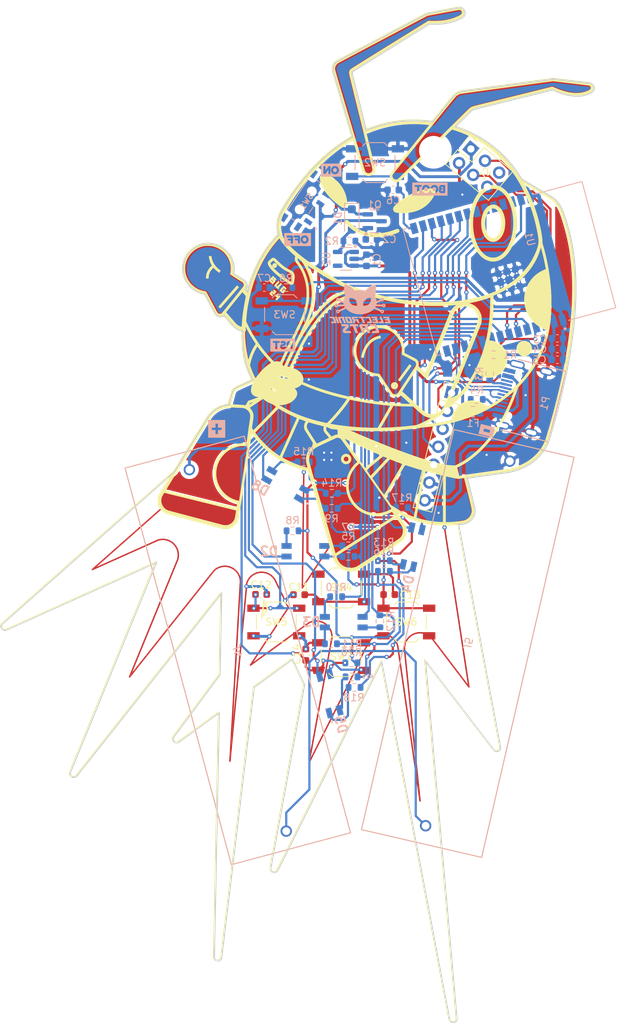
<source format=kicad_pcb>
(kicad_pcb (version 20240108) (generator "pcbnew") (generator_version "8.0")
  (title_block (title "Bugcon_2024_Speaker") (date "2024-09-05") (rev "v1.0") (company "Electronic Cats") (comment 1 "Lizeth Gallegos Martínez"))
  (layers (0 "F.Cu" signal) (31 "B.Cu" signal) (34 "B.Paste" user) (35 "F.Paste" user) (36 "B.SilkS" user "B.Silkscreen") (37 "F.SilkS" user "F.Silkscreen") (38 "B.Mask" user) (39 "F.Mask" user) (44 "Edge.Cuts" user))
  (net 0 "")
  (net 1 "VBUS")
  (net 2 "GND")
  (net 3 "Net-(D1-A)")
  (net 4 "/VOUT")
  (net 5 "/BOOT")
  (net 6 "/EN")
  (net 7 "/UP")
  (net 8 "/LEFT")
  (net 9 "/RIGHT")
  (net 10 "/DOWN")
  (net 11 "Net-(D1-K)")
  (net 12 "/LED3")
  (net 13 "/LED1")
  (net 14 "/LED2")
  (net 15 "Net-(F1-Pad1)")
  (net 16 "/CS")
  (net 17 "/DC")
  (net 18 "/SCLO")
  (net 19 "/SDAO")
  (net 20 "/SDA")
  (net 21 "/SCL")
  (net 23 "+BATT")
  (net 24 "Net-(J4-Pin_1)")
  (net 25 "Net-(P1-CC)")
  (net 26 "/D-")
  (net 27 "/D+")
  (net 28 "Net-(P1-VCONN)")
  (net 29 "Net-(D2-BK)")
  (net 35 "Net-(D2-RK)")
  (net 36 "/COM2")
  (net 37 "Net-(D2-GK)")
  (net 38 "Net-(D3-GK)")
  (net 39 "Net-(D3-RK)")
  (net 40 "/COM3")
  (net 41 "Net-(D3-BK)")
  (net 42 "Net-(D4-GK)")
  (net 43 "Net-(D4-RK)")
  (net 44 "Net-(D4-BK)")
  (net 45 "/COM4")
  (net 46 "Net-(D5-BK)")
  (net 47 "Net-(D5-RK)")
  (net 48 "Net-(D5-GK)")
  (net 49 "/COM5")
  (net 50 "Net-(D8-BK)")
  (net 51 "/COM1")
  (net 52 "Net-(D8-GK)")
  (net 53 "Net-(D8-RK)")
  (footprint "Capacitor_SMD:C_0603_1608Metric" (layer "F.Cu") (at 121.47771 120.83957 -90)
    (property "Reference" "C14")
    (property "Value" "0.1uF")
  )
  (footprint "Button_Switch_SMD:SW_SPST_TL3342" (layer "F.Cu") (at 135.31771 116.32957 180)
    (property "Reference" "SW6")
    (property "Value" "~")
  )
  (footprint "Button_Switch_SMD:SW_SPST_TL3342" (layer "F.Cu") (at 126.35771 111.63957)
    (property "Reference" "SW4")
    (property "Value" "~")
  )
  (footprint "Capacitor_SMD:C_0603_1608Metric" (layer "F.Cu") (at 115.31771 112.52957 180)
    (property "Reference" "C12")
    (property "Value" "0.1uF")
  )
  (footprint "Capacitor_SMD:C_0603_1608Metric" (layer "F.Cu") (at 120.54771 112.56957)
    (property "Reference" "C11")
    (property "Value" "0.1uF")
  )
  (footprint "Button_Switch_SMD:SW_SPST_TL3342" (layer "F.Cu") (at 117.41771 116.32957 180)
    (property "Reference" "SW5")
    (property "Value" "~")
  )
  (footprint "Connector_PinHeader_2.54mm:PinHeader_1x07_P2.54mm_Vertical" (layer "F.Cu") (at 141.554655 84.791495 -14)
    (property "Reference" "J1")
    (property "Value" "OLED")
  )
  (footprint "" (layer "F.Cu") (at 139.07 51.37)
    (property "Reference" "")
    (property "Value" "")
  )
  (footprint "Button_Switch_SMD:SW_SPST_TL3342" (layer "F.Cu") (at 126.34771 121.08957)
    (property "Reference" "SW7")
    (property "Value" "~")
  )
  (footprint "Capacitor_SMD:C_0603_1608Metric" (layer "F.Cu") (at 132.96271 112.54957 180)
    (property "Reference" "C13")
    (property "Value" "0.1uF")
  )
  (footprint "Connector_PinSocket_2.54mm:PinSocket_2x03_P2.54mm_Vertical" (layer "F.Cu") (at 144.214247 51.157319 50)
    (property "Reference" "J2")
    (property "Value" "Add_On")
  )
  (footprint "Library:01.BugCON Personajes-" (layer "F.Cu") (at 120.26771 101.53957)
    (property "Reference" "Ref**" (hide yes))
    (property "Value" "Val**" (hide yes))
  )
  (footprint "Fuse:Fuse_0805_2012Metric" (layer "B.Cu") (at 144.50979 87.35 180)
    (property "Reference" "F1")
    (property "Value" "0.75A")
  )
  (footprint "Library:AAA3528SURKCGKC09" (layer "B.Cu") (at 126.695 116.35 180)
    (property "Reference" "D3")
    (property "Value" "LED_RABG" (hide yes))
  )
  (footprint "Capacitor_SMD:C_0603_1608Metric" (layer "B.Cu") (at 156.13 80.2)
    (property "Reference" "C5")
    (property "Value" "10uF")
  )
  (footprint "Library:BATT_8BH-AA-A1AJ020_MYG" (layer "B.Cu") (at 149.573938 94.170782 77)
    (property "Reference" "J5")
    (property "Value" "Battery")
  )
  (footprint "Library:AAA3528SURKCGKC09" (layer "B.Cu") (at 121.42 106.58)
    (property "Reference" "D2")
    (property "Value" "LED_RABG" (hide yes))
  )
  (footprint "Resistor_SMD:R_0603_1608Metric" (layer "B.Cu") (at 127.77 123.89 180)
    (property "Reference" "R19")
    (property "Value" "330")
  )
  (footprint "Resistor_SMD:R_0603_1608Metric" (layer "B.Cu") (at 132.23 107.88)
    (property "Reference" "R13")
    (property "Value" "330")
  )
  (footprint "Library:C393939" (layer "B.Cu") (at 149.553311 85.018701 -104)
    (property "Reference" "P1")
    (property "Value" "USB_C_Plug_USB2.0" (hide yes))
  )
  (footprint "kibuzzard-66F1E462" (layer "B.Cu") (at 138.57 56.69 180)
    (property "Reference" "kibuzzard-66F1E462" (hide yes))
    (property "Value" "G***" (hide yes))
  )
  (footprint "kibuzzard-66F1E44B" (layer "B.Cu") (at 120.34 63.64 180)
    (property "Reference" "kibuzzard-66F1E44B" (hide yes))
    (property "Value" "G***" (hide yes))
  )
  (footprint "Resistor_SMD:R_0603_1608Metric" (layer "B.Cu") (at 119.65 103.77 180)
    (property "Reference" "R8")
    (property "Value" "330")
  )
  (footprint "Library:BATT_8BH-AA-A1AJ020_MYG" (layer "B.Cu") (at 118.78 145.14 -75)
    (property "Reference" "J4")
    (property "Value" "Battery")
  )
  (footprint "Resistor_SMD:R_0603_1608Metric" (layer "B.Cu") (at 132.23 109.35)
    (property "Reference" "R16")
    (property "Value" "330")
  )
  (footprint "Capacitor_SMD:C_0603_1608Metric" (layer "B.Cu") (at 130.51 63.61)
    (property "Reference" "C2")
    (property "Value" "10uF")
  )
  (footprint "Button_Switch_SMD:SW_SPST_TL3342" (layer "B.Cu") (at 131.01 53.04 180)
    (property "Reference" "SW2")
    (property "Value" "~")
  )
  (footprint "Resistor_SMD:R_0603_1608Metric" (layer "B.Cu") (at 125.05 98.6 180)
    (property "Reference" "R14")
    (property "Value" "330")
  )
  (footprint "Resistor_SMD:R_0603_1608Metric" (layer "B.Cu") (at 128.19 125.34 180)
    (property "Reference" "R18")
    (property "Value" "330")
  )
  (footprint "Resistor_SMD:R_0603_1608Metric" (layer "B.Cu") (at 124.935 119.33 180)
    (property "Reference" "R11")
    (property "Value" "330")
  )
  (footprint "Resistor_SMD:R_0603_1608Metric" (layer "B.Cu") (at 146.82 82.11 -90)
    (property "Reference" "R3")
    (property "Value" "5k1")
  )
  (footprint "kibuzzard-66F1E442" (layer "B.Cu") (at 124.97 54.08 180)
    (property "Reference" "kibuzzard-66F1E442" (hide yes))
    (property "Value" "G***" (hide yes))
  )
  (footprint "Resistor_SMD:R_0603_1608Metric" (layer "B.Cu") (at 125.03 100.67 180)
    (property "Reference" "R9")
    (property "Value" "330")
  )
  (footprint "Capacitor_SMD:C_0603_1608Metric" (layer "B.Cu") (at 133.51 56.81)
    (property "Reference" "C6")
    (property "Value" "0.1uF")
  )
  (footprint "kibuzzard-666C89F7" (layer "B.Cu") (at 146.4 89.97 166)
    (property "Reference" "kibuzzard-666C89F7" (hide yes))
    (property "Value" "G***" (hide yes))
  )
  (footprint "Capacitor_SMD:C_0603_1608Metric" (layer "B.Cu") (at 129.83 66.5 90)
    (property "Reference" "C1")
    (property "Value" "10uF")
  )
  (footprint "Package_TO_SOT_SMD:SOT-23-5" (layer "B.Cu") (at 127 66.3 180)
    (property "Reference" "U2")
    (property "Value" "XC6220B331MR-G")
  )
  (footprint "Package_TO_SOT_SMD:SOT-23" (layer "B.Cu") (at 130.95 61.12)
    (property "Reference" "Q1")
    (property "Value" "DMG3415U-7")
  )
  (footprint "Resistor_SMD:R_0603_1608Metric" (layer "B.Cu") (at 134.715 100.57)
    (property "Reference" "R17")
    (property "Value" "330")
  )
  (footprint "Resistor_SMD:R_0603_1608Metric" (layer "B.Cu") (at 147.35 79.51)
    (property "Reference" "R1")
    (property "Value" "3.3K")
  )
  (footprint "Capacitor_SMD:C_0603_1608Metric" (layer "B.Cu") (at 156.13 77.26)
    (property "Reference" "C3")
    (property "Value" "1uF")
  )
  (footprint "Resistor_SMD:R_0603_1608Metric" (layer "B.Cu") (at 118.78771 70.26)
    (property "Reference" "R6")
    (property "Value" "10K")
  )
  (footprint "Library:AAA3528SURKCGKC09" (layer "B.Cu") (at 124.755884 126.166075 -75)
    (property "Reference" "D5")
    (property "Value" "LED_RABG" (hide yes))
  )
  (footprint "Capacitor_SMD:C_0603_1608Metric" (layer "B.Cu") (at 156.13 78.72)
    (property "Reference" "C4")
    (property "Value" "10uF")
  )
  (footprint "Resistor_SMD:R_0603_1608Metric" (layer "B.Cu") (at 121.18 94.28 180)
    (property "Reference" "R15")
    (property "Value" "330")
  )
  (footprint "Resistor_SMD:R_0603_1608Metric" (layer "B.Cu") (at 127.75 121.96 180)
    (property "Reference" "R20")
    (property "Value" "330")
  )
  (footprint "Capacitor_SMD:C_0603_1608Metric" (layer "B.Cu") (at 115.75 70.26)
    (property "Reference" "C7")
    (property "Value" "0.1uF")
  )
  (footprint "Resistor_SMD:R_0603_1608Metric" (layer "B.Cu") (at 131.68 116.23 -90)
    (property "Reference" "R12")
    (property "Value" "330")
  )
  (footprint "Button_Switch_SMD:SW_SPST_TL3342" (layer "B.Cu") (at 118.55 73.99)
    (property "Reference" "SW3")
    (property "Value" "~")
  )
  (footprint "Library:AAA3528SURKCGKC09" (layer "B.Cu") (at 118.698542 97.417501 -30)
    (property "Reference" "D8")
    (property "Value" "LED_RABG" (hide yes))
  )
  (footprint "Diode_SMD:D_SOD-123F" (layer "B.Cu") (at 127.81 60.87 -90)
    (property "Reference" "D1")
    (property "Value" "MBR120")
  )
  (footprint "Resistor_SMD:R_0603_1608Metric" (layer "B.Cu") (at 125.65 112.85 180)
    (property "Reference" "R10")
    (property "Value" "330")
  )
  (footprint "Resistor_SMD:R_0603_1608Metric" (layer "B.Cu") (at 145.02 85.67)
    (property "Reference" "R4")
    (property "Value" "5k1")
  )
  (footprint "kibuzzard-66F1E456" (layer "B.Cu") (at 118.3 78.18 180)
    (property "Reference" "kibuzzard-66F1E456" (hide yes))
    (property "Value" "G***" (hide yes))
  )
  (footprint "Library:XCVR_ESP32-C6-WROOM-1-N8" (layer "B.Cu") (at 149.528371 67.634616 105)
    (property "Reference" "U1")
    (property "Value" "ESP32-C6-WROOM-1U-N4")
  )
  (footprint "kibuzzard-666C8A00" (layer "B.Cu") (at 109.2 89.72)
    (property "Reference" "kibuzzard-666C8A00" (hide yes))
    (property "Value" "G***" (hide yes))
  )
  (footprint "Resistor_SMD:R_0603_1608Metric" (layer "B.Cu") (at 127.34 107.29 180)
    (property "Reference" "R5")
    (property "Value" "330")
  )
  (footprint "Library:AAA3528SURKCGKC09" (layer "B.Cu") (at 136.183109 106.01333 -103)
    (property "Reference" "D4")
    (property "Value" "LED_RABG" (hide yes))
  )
  (footprint "Resistor_SMD:R_0603_1608Metric" (layer "B.Cu") (at 127.34 105.83 180)
    (property "Reference" "R7")
    (property "Value" "330")
  )
  (footprint "Library:MSK12C02" (layer "B.Cu") (at 121.47 58.25 56)
    (property "Reference" "SW1")
    (property "Value" "ON" (hide yes))
  )
  (footprint "Aesthetics:electronic_cats_logo_8x6" (layer "B.Cu") (at 128.95 73.17 180)
    (property "Reference" "G***" (hide yes))
    (property "Value" "LOGO" (hide yes))
  )
  (footprint "Resistor_SMD:R_0603_1608Metric" (layer "B.Cu") (at 127.48 63.85)
    (property "Reference" "R2")
    (property "Value" "100K")
  )
  (gr_arc (start 135.07 120.1) (mid 136.477512 117.941872) (end 138.94 118.7) (stroke (width 0.2)) (layer "F.Cu") (net 2))
  (gr_arc (start 101.09954 105.055) (mid 103.37937 105.678994) (end 103.706 108.02) (stroke (width 0.2)) (layer "F.Cu") (net 2))
  (gr_arc (start 113.29 111.199935) (mid 114.99991 109.508881) (end 117.2 110.48) (stroke (width 0.2)) (layer "F.Cu") (net 2))
  (gr_arc (start 130.05 119.4) (mid 132.161989 118.03141) (end 134.13 119.6) (stroke (width 0.2)) (layer "F.Cu") (net 2))
  (gr_arc (start 121.9 116.44) (mid 124.216742 116.622986) (end 125.03 118.8) (stroke (width 0.2)) (layer "F.Cu") (net 2))
  (gr_arc (start 108.83 109.254406) (mid 111.312617 108.89099) (end 112.445 111.13) (stroke (width 0.2)) (layer "F.Cu") (net 2))
  (gr_line (start 119.617412 121.480804) (end 114.359073 125.315122) (stroke (width 0.2)) (layer "Edge.Cuts"))
  (gr_line (start 116.640411 150.249973) (end 121.292081 124.962754) (stroke (width 0.2)) (layer "Edge.Cuts"))
  (gr_curve (pts (xy 110.217799 74.103136) (xy 110.077936 74.217566) (xy 109.903563 74.281135) (xy 109.721928 74.284771)) (stroke (width 0.2)) (layer "Edge.Cuts"))
  (gr_curve (pts (xy 160.850371 43.377747) (xy 159.904049 43.922652) (xy 158.205766 44.285922) (xy 155.481241 43.014477)) (stroke (width 0.2)) (layer "Edge.Cuts"))
  (gr_curve (pts (xy 144.804732 45.653639) (xy 144.577688 45.708127) (xy 144.368804 45.826194) (xy 144.20352 45.991478)) (stroke (width 0.2)) (layer "Edge.Cuts"))
  (gr_line (start 103.281154 132.164566) (end 109.638379 123.60229) (stroke (width 0.2)) (layer "Edge.Cuts"))
  (gr_curve (pts (xy 104.679751 68.54328) (xy 104.674302 68.523302) (xy 104.67067 68.505144) (xy 104.667037 68.486973)) (stroke (width 0.2)) (layer "Edge.Cuts"))
  (gr_curve (pts (xy 109.872687 162.584797) (xy 109.836358 162.83183) (xy 109.623847 163.017089) (xy 109.373191 163.018907)) (stroke (width 0.2)) (layer "Edge.Cuts"))
  (gr_curve (pts (xy 155.301415 57.748708) (xy 156.331293 58.357192) (xy 156.790824 59.437922) (xy 157.077811 60.311587)) (stroke (width 0.2)) (layer "Edge.Cuts"))
  (gr_line (start 141.844083 171.504905) (end 141.773244 171.504905) (stroke (width 0.2)) (layer "Edge.Cuts"))
  (gr_line (start 100.903551 108.136082) (end 80.244387 117.426705) (stroke (width 0.2)) (layer "Edge.Cuts"))
  (gr_curve (pts (xy 118.091671 59.822987) (xy 119.571999 57.167483) (xy 122.814181 52.326907) (xy 127.899961 49.484315)) (stroke (width 0.2)) (layer "Edge.Cuts"))
  (gr_line (start 155.481241 43.014477) (end 144.804732 45.653639) (stroke (width 0.2)) (layer "Edge.Cuts"))
  (gr_curve (pts (xy 161.17368 42.653027) (xy 161.237256 42.938194) (xy 161.104655 43.232441) (xy 160.850371 43.377747)) (stroke (width 0.2)) (layer "Edge.Cuts"))
  (gr_curve (pts (xy 144.477791 102.016801) (xy 144.196258 102.436378) (xy 143.753069 102.721545) (xy 143.253573 102.801466)) (stroke (width 0.2)) (layer "Edge.Cuts"))
  (gr_line (start 138.959719 47.424582) (end 141.784142 43.931733) (stroke (width 0.2)) (layer "Edge.Cuts"))
  (gr_line (start 79.699482 116.58211) (end 103.397406 95.603267) (stroke (width 0.2)) (layer "Edge.Cuts"))
  (gr_curve (pts (xy 142.072945 48.105711) (xy 145.796463 49.253646) (xy 148.771644 51.529527) (xy 150.942175 54.884331)) (stroke (width 0.2)) (layer "Edge.Cuts"))
  (gr_line (start 109.638379 123.60229) (end 109.863605 112.360909) (stroke (width 0.2)) (layer "Edge.Cuts"))
  (gr_line (start 127.87453 40.842129) (end 129.783516 48.579777) (stroke (width 0.2)) (layer "Edge.Cuts"))
  (gr_curve (pts (xy 107.585911 71.167907) (xy 106.174604 70.96266) (xy 105.026669 69.925529) (xy 104.679751 68.54328)) (stroke (width 0.2)) (layer "Edge.Cuts"))
  (gr_curve (pts (xy 112.775211 76.255505) (xy 112.253918 76.166506) (xy 111.778036 75.899497) (xy 111.432937 75.499909)) (stroke (width 0.2)) (layer "Edge.Cuts"))
  (gr_curve (pts (xy 128.038005 40.433451) (xy 127.901779 40.520632) (xy 127.836392 40.684107) (xy 127.87453 40.842129)) (stroke (width 0.2)) (layer "Edge.Cuts"))
  (gr_curve (pts (xy 111.322131 84.761474) (xy 111.412948 84.418182) (xy 111.652708 84.13665) (xy 111.974206 83.991344)) (stroke (width 0.2)) (layer "Edge.Cuts"))
  (gr_curve (pts (xy 148.273955 133.54319) (xy 148.317556 133.741166) (xy 148.239444 133.948232) (xy 148.072342 134.066299)) (stroke (width 0.2)) (layer "Edge.Cuts"))
  (gr_curve (pts (xy 103.39195 132.874764) (xy 103.164906 132.709471) (xy 103.115861 132.389791) (xy 103.281154 132.164566)) (stroke (width 0.2)) (layer "Edge.Cuts"))
  (gr_curve (pts (xy 125.255355 40.542428) (xy 125.080982 39.946671) (xy 125.347991 39.312766) (xy 125.894714 39.022132)) (stroke (width 0.2)) (layer "Edge.Cuts"))
  (gr_line (start 103.397406 95.603267) (end 107.934645 88.223437) (stroke (width 0.2)) (layer "Edge.Cuts"))
  (gr_line (start 110.880759 86.407087) (end 111.322131 84.761474) (stroke (width 0.2)) (layer "Edge.Cuts"))
  (gr_line (start 114.359073 125.315122) (end 109.872687 162.584797) (stroke (width 0.2)) (layer "Edge.Cuts"))
  (gr_curve (pts (xy 148.072342 134.066299) (xy 147.84348 134.227945) (xy 147.527437 134.173458) (xy 147.36578 133.946414)) (stroke (width 0.2)) (layer "Edge.Cuts"))
  (gr_line (start 138.525608 33.927283) (end 128.038005 40.433451) (stroke (width 0.2)) (layer "Edge.Cuts"))
  (gr_line (start 143.055587 43.219728) (end 155.588402 41.523262) (stroke (width 0.2)) (layer "Edge.Cuts"))
  (gr_curve (pts (xy 143.253573 102.801466) (xy 143.024711 102.837795) (xy 142.777689 102.872295) (xy 142.51976 102.901363)) (stroke (width 0.2)) (layer "Edge.Cuts"))
  (gr_line (start 144.20352 45.991478) (end 142.072945 48.105711) (stroke (width 0.2)) (layer "Edge.Cuts"))
  (gr_curve (pts (xy 115.065637 66.639745) (xy 116.199038 64.489192) (xy 117.383301 63.308564) (xy 117.746571 62.97617)) (stroke (width 0.2)) (layer "Edge.Cuts"))
  (gr_curve (pts (xy 160.572468 42.099042) (xy 160.872169 42.129916) (xy 161.117373 42.355142) (xy 161.17368 42.653027)) (stroke (width 0.2)) (layer "Edge.Cuts"))
  (gr_curve (pts (xy 80.244387 117.426705) (xy 80.042774 117.515716) (xy 79.804834 117.464852) (xy 79.65771 117.29957)) (stroke (width 0.2)) (layer "Edge.Cuts"))
  (gr_curve (pts (xy 113.073096 69.329761) (xy 113.414569 69.60585) (xy 113.469058 70.105346) (xy 113.19298 70.448638)) (stroke (width 0.2)) (layer "Edge.Cuts"))
  (gr_curve (pts (xy 143.019256 33.086313) (xy 141.77506 33.774717) (xy 140.263857 34.058057) (xy 138.525608 33.927283)) (stroke (width 0.2)) (layer "Edge.Cuts"))
  (gr_line (start 125.894714 39.022132) (end 138.164156 32.52143) (stroke (width 0.2)) (layer "Edge.Cuts"))
  (gr_curve (pts (xy 141.773244 171.504905) (xy 141.529858 171.503088) (xy 141.320974 171.330532) (xy 141.275566 171.090772)) (stroke (width 0.2)) (layer "Edge.Cuts"))
  (gr_curve (pts (xy 107.934645 88.223437) (xy 108.572186 87.18448) (xy 109.665621 86.508803) (xy 110.880759 86.407087)) (stroke (width 0.2)) (layer "Edge.Cuts"))
  (gr_curve (pts (xy 89.916451 137.546418) (xy 89.776589 137.720791) (xy 89.538647 137.782542) (xy 89.329774 137.698997)) (stroke (width 0.2)) (layer "Edge.Cuts"))
  (gr_curve (pts (xy 112.998631 69.27709) (xy 113.024061 69.293438) (xy 113.049483 69.309783) (xy 113.073096 69.329761)) (stroke (width 0.2)) (layer "Edge.Cuts"))
  (gr_curve (pts (xy 142.28 170.96) (xy 142.301807 171.226998) (xy 142.111081 171.466758) (xy 141.844083 171.504905)) (stroke (width 0.2)) (layer "Edge.Cuts"))
  (gr_curve (pts (xy 143.358914 32.178138) (xy 143.493333 32.523226) (xy 143.348016 32.913769) (xy 143.019256 33.086313)) (stroke (width 0.2)) (layer "Edge.Cuts"))
  (gr_curve (pts (xy 112.82971 78.415147) (xy 112.775211 77.663177) (xy 112.764312 76.945715) (xy 112.775211 76.255505)) (stroke (width 0.2)) (layer "Edge.Cuts"))
  (gr_curve (pts (xy 113.463614 70.873657) (xy 113.828703 69.404235) (xy 114.366335 67.982031) (xy 115.065637 66.639745)) (stroke (width 0.2)) (layer "Edge.Cuts"))
  (gr_line (start 149.160336 95.739495) (end 143.711286 96.502364) (stroke (width 0.2)) (layer "Edge.Cuts"))
  (gr_curve (pts (xy 109.373191 163.018907) (xy 109.091658 163.020723) (xy 108.862796 162.793681) (xy 108.860978 162.513967)) (stroke (width 0.2)) (layer "Edge.Cuts"))
  (gr_line (start 111.974206 83.991344) (end 114.153826 83.001431) (stroke (width 0.2)) (layer "Edge.Cuts"))
  (gr_line (start 121.292081 124.962754) (end 119.617412 121.480804) (stroke (width 0.2)) (layer "Edge.Cuts"))
  (gr_line (start 137.949827 121.704222) (end 142.28 170.96) (stroke (width 0.2)) (layer "Edge.Cuts"))
  (gr_line (start 127.899961 49.484315) (end 125.255355 40.542428) (stroke (width 0.2)) (layer "Edge.Cuts"))
  (gr_curve (pts (xy 117.746571 62.97617) (xy 117.430517 61.920869) (xy 117.555846 60.783832) (xy 118.091671 59.822987)) (stroke (width 0.2)) (layer "Edge.Cuts"))
  (gr_line (start 113.19298 70.448638) (end 113.143935 70.510387) (stroke (width 0.2)) (layer "Edge.Cuts"))
  (gr_curve (pts (xy 117.595812 150.567835) (xy 117.494097 150.769448) (xy 117.272497 150.880252) (xy 117.050907 150.840287)) (stroke (width 0.2)) (layer "Edge.Cuts"))
  (gr_line (start 108.860978 162.513967) (end 109.534848 128.833392) (stroke (width 0.2)) (layer "Edge.Cuts"))
  (gr_line (start 143.711286 96.502364) (end 144.722994 100.596413) (stroke (width 0.2)) (layer "Edge.Cuts"))
  (gr_curve (pts (xy 138.432974 47.359195) (xy 138.609166 47.377358) (xy 138.778084 47.400967) (xy 138.959719 47.424582)) (stroke (width 0.2)) (layer "Edge.Cuts"))
  (gr_line (start 141.275566 171.090772) (end 131.924999 121.805936) (stroke (width 0.2)) (layer "Edge.Cuts"))
  (gr_curve (pts (xy 89.329774 137.698997) (xy 89.070038 137.593645) (xy 88.942891 137.29758) (xy 89.048241 137.037844)) (stroke (width 0.2)) (layer "Edge.Cuts"))
  (gr_line (start 111.432937 75.499909) (end 110.217799 74.103136) (stroke (width 0.2)) (layer "Edge.Cuts"))
  (gr_curve (pts (xy 109.645645 74.284771) (xy 109.378647 74.257522) (xy 109.142512 74.101318) (xy 109.017195 73.865194)) (stroke (width 0.2)) (layer "Edge.Cuts"))
  (gr_curve (pts (xy 142.523396 31.702254) (xy 142.881212 31.62596) (xy 143.240856 31.831208) (xy 143.358914 32.178138)) (stroke (width 0.2)) (layer "Edge.Cuts"))
  (gr_curve (pts (xy 117.050907 150.840287) (xy 116.774819 150.789435) (xy 116.589547 150.526062) (xy 116.640411 150.249973)) (stroke (width 0.2)) (layer "Edge.Cuts"))
  (gr_line (start 109.863605 112.360909) (end 89.916451 137.546418) (stroke (width 0.2)) (layer "Edge.Cuts"))
  (gr_line (start 109.721928 74.284771) (end 109.645645 74.284771) (stroke (width 0.2)) (layer "Edge.Cuts"))
  (gr_curve (pts (xy 155.036235 91.09145) (xy 154.300615 93.51991) (xy 151.993849 95.343531) (xy 149.160336 95.739495)) (stroke (width 0.2)) (layer "Edge.Cuts"))
  (gr_curve (pts (xy 150.942175 54.884331) (xy 151.042083 55.038717) (xy 151.138344 55.193102) (xy 151.23098 55.347499)) (stroke (width 0.2)) (layer "Edge.Cuts"))
  (gr_line (start 138.189587 32.52143) (end 142.523396 31.702254) (stroke (width 0.2)) (layer "Edge.Cuts"))
  (gr_line (start 89.048241 137.037844) (end 100.903551 108.136082) (stroke (width 0.2)) (layer "Edge.Cuts"))
  (gr_curve (pts (xy 114.153826 83.001431) (xy 113.385513 81.586498) (xy 112.935051 80.020795) (xy 112.82971 78.415147)) (stroke (width 0.2)) (layer "Edge.Cuts"))
  (gr_line (start 109.534848 128.833392) (end 103.987718 132.878397) (stroke (width 0.2)) (layer "Edge.Cuts"))
  (gr_line (start 109.017195 73.865194) (end 107.585911 71.167907) (stroke (width 0.2)) (layer "Edge.Cuts"))
  (gr_curve (pts (xy 104.667037 68.486973) (xy 104.232927 66.601612) (xy 105.409919 64.721683) (xy 107.29529 64.287572)) (stroke (width 0.2)) (layer "Edge.Cuts"))
  (gr_line (start 131.924999 121.805936) (end 117.595812 150.567835) (stroke (width 0.2)) (layer "Edge.Cuts"))
  (gr_line (start 111.521938 68.338041) (end 112.998631 69.27709) (stroke (width 0.2)) (layer "Edge.Cuts"))
  (gr_curve (pts (xy 141.784142 43.931733) (xy 142.100185 43.539407) (xy 142.556091 43.285113) (xy 143.055587 43.219728)) (stroke (width 0.2)) (layer "Edge.Cuts"))
  (gr_curve (pts (xy 79.65771 117.29957) (xy 79.470621 117.088868) (xy 79.488791 116.76737) (xy 79.699482 116.58211)) (stroke (width 0.2)) (layer "Edge.Cuts"))
  (gr_line (start 138.164156 32.52143) (end 138.189587 32.52143) (stroke (width 0.2)) (layer "Edge.Cuts"))
  (gr_curve (pts (xy 103.987718 132.878397) (xy 103.809709 133.005543) (xy 103.568141 133.003725) (xy 103.39195 132.874764)) (stroke (width 0.2)) (layer "Edge.Cuts"))
  (gr_line (start 147.36578 133.946414) (end 137.949827 121.704222) (stroke (width 0.2)) (layer "Edge.Cuts"))
  (gr_line (start 155.588402 41.523262) (end 155.610198 41.523262) (stroke (width 0.2)) (layer "Edge.Cuts"))
  (gr_line (start 151.23098 55.347499) (end 155.301415 57.748708) (stroke (width 0.2)) (layer "Edge.Cuts"))
  (gr_curve (pts (xy 144.722994 100.596413) (xy 144.846504 101.083193) (xy 144.755687 101.599042) (xy 144.477791 102.016801)) (stroke (width 0.2)) (layer "Edge.Cuts"))
  (gr_curve (pts (xy 111.451099 66.750542) (xy 111.598223 67.266391) (xy 111.621836 67.809478) (xy 111.521938 68.338041)) (stroke (width 0.2)) (layer "Edge.Cuts"))
  (gr_line (start 113.143935 70.510387) (end 113.463614 70.873657) (stroke (width 0.2)) (layer "Edge.Cuts"))
  (gr_line (start 155.610198 41.523262) (end 160.572468 42.099042) (stroke (width 0.2)) (layer "Edge.Cuts"))
  (gr_curve (pts (xy 107.29529 64.287572) (xy 109.11164 63.889791) (xy 110.926172 64.965077) (xy 111.451099 66.750542)) (stroke (width 0.2)) (layer "Edge.Cuts"))
  (gr_curve (pts (xy 157.077811 60.311587) (xy 158.209393 63.769915) (xy 160.848555 71.872651) (xy 155.036235 91.09145)) (stroke (width 0.2)) (layer "Edge.Cuts"))
  (gr_curve (pts (xy 129.783516 48.579777) (xy 132.513495 47.431842) (xy 135.492302 47.012267) (xy 138.432974 47.359195)) (stroke (width 0.2)) (layer "Edge.Cuts"))
  (gr_line (start 142.51976 102.901363) (end 148.273955 133.54319) (stroke (width 0.2)) (layer "Edge.Cuts"))
  (segment (start 134.865 67.275) (end 131.56 67.275) (width 0.4) (layer "F.Cu") (net 1))
  (segment (start 137.111652 79.634362) (end 135.8 78.32271) (width 0.4) (layer "F.Cu") (net 1))
  (segment (start 138.11 83.22) (end 137.111652 82.221652) (width 0.4) (layer "F.Cu") (net 1))
  (segment (start 135.8 78.32271) (end 135.8 68.21) (width 0.4) (layer "F.Cu") (net 1))
  (segment (start 137.111652 82.221652) (end 137.111652 79.634362) (width 0.4) (layer "F.Cu") (net 1))
  (segment (start 135.8 68.21) (end 134.865 67.275) (width 0.4) (layer "F.Cu") (net 1))
  (segment (start 139.386891 83.22) (end 138.11 83.22) (width 0.4) (layer "F.Cu") (net 1))
  (segment (start 139.400705 83.233814) (end 139.386891 83.22) (width 0.4) (layer "F.Cu") (net 1))
  (via (at 131.56 67.275) (size 0.6) (drill 0.3) (layers "F.Cu" "B.Cu") (net 1))
  (via (at 139.400705 83.233814) (size 0.6) (drill 0.3) (layers "F.Cu" "B.Cu") (net 1))
  (segment (start 143.08 84.085306) (end 143.08 86.85771) (width 0.4) (layer "B.Cu") (net 1))
  (segment (start 126.939459 65.706994) (end 126.939459 66.856994) (width 0.4) (layer "B.Cu") (net 1))
  (segment (start 126.939459 66.856994) (end 127.332465 67.25) (width 0.4) (layer "B.Cu") (net 1))
  (segment (start 143.08 86.85771) (end 143.57229 87.35) (width 0.4) (layer "B.Cu") (net 1))
  (segment (start 142.228508 83.233814) (end 143.08 84.085306) (width 0.4) (layer "B.Cu") (net 1))
  (segment (start 127.296453 65.35) (end 126.939459 65.706994) (width 0.4) (layer "B.Cu") (net 1))
  (segment (start 131.56 67.275) (end 129.83 67.275) (width 0.4) (layer "B.Cu") (net 1))
  (segment (start 128.1375 65.35) (end 127.296453 65.35) (width 0.4) (layer "B.Cu") (net 1))
  (segment (start 127.332465 67.25) (end 128.1375 67.25) (width 0.4) (layer "B.Cu") (net 1))
  (segment (start 139.400705 83.233814) (end 142.228508 83.233814) (width 0.4) (layer "B.Cu") (net 1))
  (segment (start 128.1625 67.275) (end 128.1375 67.25) (width 0.4) (layer "B.Cu") (net 1))
  (segment (start 129.83 67.275) (end 128.1625 67.275) (width 0.4) (layer "B.Cu") (net 1))
  (segment (start 113.3 111.219935) (end 113.31 111.43) (width 0.2) (layer "F.Cu") (net 2))
  (segment (start 132.96957 109.73957) (end 129.50771 109.73957) (width 0.3) (layer "F.Cu") (net 2))
  (segment (start 133.48 112.29186) (end 133.48 110.25) (width 0.3) (layer "F.Cu") (net 2))
  (segment (start 130.05 119.4) (end 129.65 120.04) (width 0.2) (layer "F.Cu") (net 2))
  (segment (start 101.09954 105.055) (end 101.09454 105.06) (width 0.2) (layer "F.Cu") (net 2))
  (segment (start 97.2 123.89) (end 103.706 108.02) (width 0.2) (layer "F.Cu") (net 2))
  (segment (start 129.50771 108.32771) (end 129.15 107.97) (width 0.2) (layer "F.Cu") (net 2))
  (segment (start 127.36 124.88) (end 121.922735 135.702735) (width 0.2) (layer "F.Cu") (net 2))
  (segment (start 137.21 140.97) (end 134.13 119.6) (width 0.2) (layer "F.Cu") (net 2))
  (segment (start 133.73771 112.54957) (end 133.48 112.29186) (width 0.3) (layer "F.Cu") (net 2))
  (segment (start 108.83 109.254406) (end 97.2 123.89) (width 0.2) (layer "F.Cu") (net 2))
  (segment (start 113.86 122.26) (end 116.45 118.31) (width 0.2) (layer "F.Cu") (net 2))
  (segment (start 121.91 82.9) (end 121.88 82.93) (width 0.4) (layer "F.Cu") (net 2))
  (segment (start 116.45 118.31) (end 119.075 114.35) (width 0.2) (layer "F.Cu") (net 2))
  (segment (start 146.38 93.3) (end 146.38 91.54) (width 0.4) (layer "F.Cu") (net 2))
  (segment (start 124.97 119.06) (end 125.03 118.8) (width 0.2) (layer "F.Cu") (net 2))
  (segment (start 133.48 110.25) (end 132.96957 109.73957) (width 0.3) (layer "F.Cu") (net 2))
  (segment (start 143.04 57.45) (end 142.635813 57.045813) (width 0.4) (layer "F.Cu") (net 2))
  (segment (start 111.024 135.48) (end 112.445 111.13) (width 0.2) (layer "F.Cu") (net 2))
  (segment (start 121.922735 135.702735) (end 124.97 119.06) (width 0.2) (layer "F.Cu") (net 2))
  (segment (start 129.65 120.04) (end 127.36 124.88) (width 0.2) (layer "F.Cu") (net 2))
  (segment (start 121.47771 119.70229) (end 121.47771 120.06457) (width 0.3) (layer "F.Cu") (net 2))
  (segment (start 101.09454 105.06) (end 92.08 109.099) (width 0.2) (layer "F.Cu") (net 2))
  (segment (start 118.61 113.37) (end 117.21 110.5) (width 0.2) (layer "F.Cu") (net 2))
  (segment (start 140.58 103.3) (end 143.94 125.27) (width 0.2) (layer "F.Cu") (net 2))
  (segment (start 143.94 125.27) (end 138.94 118.7) (width 0.2) (layer "F.Cu") (net 2))
  (segment (start 135.07 120.1) (end 137.21 140.97) (width 0.2) (layer "F.Cu") (net 2))
  (segment (start 146.38 91.54) (end 146.79 91.13) (width 0.4) (layer "F.Cu") (net 2))
  (segment (start 92.08 109.099) (end 101.438 100.83) (width 0.2) (layer "F.Cu") (net 2))
  (segment (start 129.50771 109.73957) (end 129.50771 108.32771) (width 0.2) (layer "F.Cu") (net 2))
  (segment (start 140.55 103.04) (end 140.58 103.3) (width 0.2) (layer "F.Cu") (net 2))
  (segment (start 121.91 77.98) (end 121.91 82.9) (width 0.4) (layer "F.Cu") (net 2))
  (segment (start 120.999 111.63) (end 124.81 105.8) (width 0.2) (layer "F.Cu") (net 2))
  (segment (start 119.075 114.35) (end 118.61 113.37) (width 0.2) (layer "F.Cu") (net 2))
  (segment (start 121.2 95.69) (end 120.999 111.63) (width 0.2) (layer "F.Cu") (net 2))
  (segment (start 142.635813 57.045813) (end 142.635813 53.230393) (width 0.4) (layer "F.Cu") (net 2))
  (segment (start 121.99043 119.18957) (end 121.47771 119.70229) (width 0.3) (layer "F.Cu") (net 2))
  (segment (start 121.9 116.44) (end 113.86 122.26) (width 0.2) (layer "F.Cu") (net 2))
  (segment (start 113.31 111.43) (end 111.024 135.48) (width 0.2) (layer "F.Cu") (net 2))
  (segment (start 123.19771 119.18957) (end 121.99043 119.18957) (width 0.3) (layer "F.Cu") (net 2))
  (segment (start 121.23 95.36) (end 121.2 95.69) (width 0.2) (layer "F.Cu") (net 2))
  (via (at 118.61 113.37) (size 0.6) (drill 0.3) (layers "F.Cu" "B.Cu") (net 2))
  (via (at 124 93) (size 0.6) (drill 0.3) (layers "F.Cu" "B.Cu") (net 2))
  (via (at 121.47771 120.06457) (size 0.6) (drill 0.3) (layers "F.Cu" "B.Cu") (net 2))
  (via (at 139.76 101.29) (size 0.6) (drill 0.3) (layers "F.Cu" "B.Cu") (net 2))
  (via (at 121.2 95.69) (size 0.6) (drill 0.3) (layers "F.Cu" "B.Cu") (net 2))
  (via (at 151.75 85.08) (size 0.6) (drill 0.3) (layers "F.Cu" "B.Cu") (net 2))
  (via (at 114.26771 118.22957) (size 0.6) (drill 0.3) (layers "F.Cu" "B.Cu") (net 2))
  (via (at 125 94) (size 0.6) (drill 0.3) (layers "F.Cu" "B.Cu") (net 2))
  (via (at 116.08 112.56) (size 0.6) (drill 0.3) (layers "F.Cu" "B.Cu") (net 2))
  (via (at 135.32 91.63) (size 0.6) (drill 0.3) (layers "F.Cu" "B.Cu") (net 2))
  (via (at 120.62 118.26) (size 0.6) (drill 0.3) (layers "F.Cu" "B.Cu") (net 2))
  (via (at 116.45 118.31) (size 0.6) (drill 0.3) (layers "F.Cu" "B.Cu") (net 2))
  (via (at 144.02 80.94) (size 0.6) (drill 0.3) (layers "F.Cu" "B.Cu") (net 2))
  (via (at 121.88 82.93) (size 0.6) (drill 0.3) (layers "F.Cu" "B.Cu") (net 2))
  (via (at 146.79 91.13) (size 0.6) (drill 0.3) (layers "F.Cu" "B.Cu") (net 2))
  (via (at 140.58 103.3) (size 0.6) (drill 0.3) (layers "F.Cu" "B.Cu") (net 2))
  (via (at 124 94) (size 0.6) (drill 0.3) (layers "F.Cu" "B.Cu") (net 2))
  (via (at 121.91 77.98) (size 0.6) (drill 0.3) (layers "F.Cu" "B.Cu") (net 2))
  (via (at 143.04 57.45) (size 0.6) (drill 0.3) (layers "F.Cu" "B.Cu") (net 2))
  (via (at 131.17 92.1) (size 0.6) (drill 0.3) (layers "F.Cu" "B.Cu") (net 2))
  (via (at 113.31 111.43) (size 0.6) (drill 0.3) (layers "F.Cu" "B.Cu") (net 2))
  (via (at 119.76 112.57) (size 0.6) (drill 0.3) (layers "F.Cu" "B.Cu") (net 2))
  (via (at 131.59 99.2) (size 0.6) (drill 0.3) (layers "F.Cu" "B.Cu") (net 2))
  (via (at 125 93) (size 0.6) (drill 0.3) (layers "F.Cu" "B.Cu") (net 2))
  (via (at 146.38 93.3) (size 0.6) (drill 0.3) (layers "F.Cu" "B.Cu") (net 2))
  (via (at 138.63 78.77) (size 0.6) (drill 0.3) (layers "F.Cu" "B.Cu") (net 2))
  (via (at 154.14 78.37) (size 0.6) (drill 0.3) (layers "F.Cu" "B.Cu") (net 2))
  (segment (start 129.255 66.3) (end 129.83 65.725) (width 0.4) (layer "B.Cu") (net 2))
  (segment (start 151.78 81.75) (end 151.78 82.98) (width 0.4) (layer "B.Cu") (net 2))
  (segment (start 116.08 112.03) (end 115.5 111.45) (width 0.4) (layer "B.Cu") (net 2))
  (segment (start 114.975 70.26) (end 114.975 70.415) (width 0.4) (layer "B.Cu") (net 2))
  (segment (start 144.56 86.035) (end 144.56 88.88) (width 0.2) (layer "B.Cu") (net 2))
  (segment (start 147.978667 87.924062) (end 147.978667 88.680836) (width 0.4) (layer "B.Cu") (net 2))
  (segment (start 119.41 112.57) (end 118.61 113.37) (width 0.4) (layer "B.Cu") (net 2))
  (segment (start 129.195 64.74) (end 130.79 64.74) (width 0.4) (layer "B.Cu") (net 2))
  (segment (start 128.1375 66.3) (end 129.255 66.3) (width 0.4) (layer "B.Cu") (net 2))
  (segment (start 140.58 102.03) (end 140.75 101.86) (width 0.4) (layer "B.Cu") (net 2))
  (segment (start 116.08 112.56) (end 116.08 112.03) (width 0.4) (layer "B.Cu") (net 2))
  (segment (start 140.58 103.3) (end 140.58 102.03) (width 0.4) (layer "B.Cu") (net 2))
  (segment (start 145.12 58) (end 145.45 57.67) (width 0.4) (layer "B.Cu") (net 2))
  (segment (start 121.47771 118.98771) (end 121.47771 120.06457) (width 0.4) (layer "B.Cu") (net 2))
  (segment (start 150.598413 80.827024) (end 150.857024 80.827024) (width 0.4) (layer "B.Cu") (net 2))
  (segment (start 114.975 70.415) (end 113.53 71.86) (width 0.4) (layer "B.Cu") (net 2))
  (segment (start 114.34814 118.31) (end 114.26771 118.22957) (width 0.4) (layer "B.Cu") (net 2))
  (segment (start 128.305 63.85) (end 129.195 64.74) (width 0.4) (layer "B.Cu") (net 2))
  (segment (start 119.76 112.57) (end 119.41 112.57) (width 0.4) (layer "B.Cu") (net 2))
  (segment (start 121.2 95.69) (end 121.2 92.99) (width 0.3) (layer "B.Cu") (net 2))
  (segment (start 147.978667 88.680836) (end 148.508209 89.210378) (width 0.4) (layer "B.Cu") (net 2))
  (segment (start 120.62 118.26) (end 120.75 118.26) (width 0.4) (layer "B.Cu") (net 2))
  (segment (start 116.45 118.31) (end 114.34814 118.31) (width 0.4) (layer "B.Cu") (net 2))
  (segment (start 113.53 71.86) (end 113.31 71.86) (width 0.4) (layer "B.Cu") (net 2))
  (segment (start 144.195 85.67) (end 144.56 86.035) (width 0.2) (layer "B.Cu") (net 2))
  (segment (start 150.857024 80.827024) (end 151.78 81.75) (width 0.4) (layer "B.Cu") (net 2))
  (segment (start 120.75 118.26) (end 121.47771 118.98771) (width 0.4) (layer "B.Cu") (net 2))
  (segment (start 145.45 57.67) (end 147.78 57.67) (width 0.4) (layer "B.Cu") (net 2))
  (segment (start 147.78 57.67) (end 148.01 57.44) (width 0.4) (layer "B.Cu") (net 2))
  (segment (start 115.5 111.45) (end 113.33 111.45) (width 0.4) (layer "B.Cu") (net 2))
  (segment (start 113.33 111.45) (end 113.31 111.43) (width 0.4) (layer "B.Cu") (net 2))
  (segment (start 126.655 63.85) (end 126.655 63.425) (width 0.4) (layer "B.Cu") (net 3))
  (segment (start 129.735 62.3475) (end 130.0125 62.07) (width 0.4) (layer "B.Cu") (net 3))
  (segment (start 129.8125 62.27) (end 130.0125 62.07) (width 0.4) (layer "B.Cu") (net 3))
  (segment (start 129.735 63.61) (end 129.735 62.3475) (width 0.4) (layer "B.Cu") (net 3))
  (segment (start 126.655 63.85) (end 126.655 64.5575) (width 0.4) (layer "B.Cu") (net 3))
  (segment (start 127.81 62.27) (end 129.8125 62.27) (width 0.4) (layer "B.Cu") (net 3))
  (segment (start 126.655 63.425) (end 127.81 62.27) (width 0.4) (layer "B.Cu") (net 3))
  (segment (start 126.655 64.5575) (end 125.8625 65.35) (width 0.4) (layer "B.Cu") (net 3))
  (segment (start 125.67 54.47) (end 125.67 59.5) (width 0.4) (layer "F.Cu") (net 4))
  (segment (start 125.67 59.5) (end 125.595025 59.574975) (width 0.4) (layer "F.Cu") (net 4))
  (segment (start 126.89 53.25) (end 125.67 54.47) (width 0.4) (layer "F.Cu") (net 4))
  (via (at 126.89 53.25) (size 0.6) (drill 0.3) (layers "F.Cu" "B.Cu") (net 4))
  (via (at 125.595025 59.574975) (size 0.6) (drill 0.3) (layers "F.Cu" "B.Cu") (net 4))
  (segment (start 154.37 72.92) (end 155.647081 74.197081) (width 0.4) (layer "B.Cu") (net 4))
  (segment (start 125.595025 59.574975) (end 125.595025 59.934975) (width 0.4) (layer "B.Cu") (net 4))
  (segment (start 152.85 79.52) (end 152.86 79.51) (width 0.4) (layer "B.Cu") (net 4))
  (segment (start 135.1 52.87) (end 137.21 54.98) (width 0.4) (layer "B.Cu") (net 4))
  (segment (start 119.61271 70.26) (end 119.61271 67.83729) (width 0.4) (layer "B.Cu") (net 4))
  (segment (start 122.96 67.44) (end 123.464565 66.935435) (width 0.4) (layer "B.Cu") (net 4))
  (segment (start 123.464565 59.88) (end 123.464565 59.934565) (width 0.4) (layer "B.Cu") (net 4))
  (segment (start 125.595025 59.934975) (end 125.08 60.45) (width 0.4) (layer "B.Cu") (net 4))
  (segment (start 123.464565 67.81) (end 123.464565 68.534565) (width 0.4) (layer "B.Cu") (net 4))
  (segment (start 127.27 52.87) (end 135.1 52.87) (width 0.4) (layer "B.Cu") (net 4))
  (segment (start 155.355 78.72) (end 155.355 80.2) (width 0.4) (layer "B.Cu") (net 4))
  (segment (start 142.49 54.98) (end 144.268494 53.201506) (width 0.4) (layer "B.Cu") (net 4))
  (segment (start 123.464565 59.934565) (end 123.98 60.45) (width 0.4) (layer "B.Cu") (net 4))
  (segment (start 152.85 80.14) (end 152.85 80.1) (width 0.4) (layer "B.Cu") (net 4))
  (segment (start 119.61271 67.83729) (end 120.01 67.44) (width 0.4) (layer "B.Cu") (net 4))
  (segment (start 120.01 67.44) (end 122.96 67.44) (width 0.4) (layer "B.Cu") (net 4))
  (segment (start 155.354999 77.26) (end 155.354999 78.719999) (width 0.4) (layer "B.Cu") (net 4))
  (segment (start 123.464565 67.81) (end 123.464565 66.79) (width 0.4) (layer "B.Cu") (net 4))
  (segment (start 155.354999 78.719999) (end 155.355 78.72) (width 0.4) (layer "B.Cu") (net 4))
  (segment (start 123.464565 60.45) (end 123.98 60.45) (width 0.4) (layer "B.Cu") (net 4))
  (segment (start 152.85 80.1) (end 153.44 79.51) (width 0.4) (layer "B.Cu") (net 4))
  (segment (start 149.02 92.09) (end 152.85 88.26) (width 0.4) (layer "B.Cu") (net 4))
  (segment (start 123.094565 67.44) (end 123.464565 67.81) (width 0.4) (layer "B.Cu") (net 4))
  (segment (start 142.78 93.15) (end 143.84 92.09) (width 0.4) (layer "B.Cu") (net 4))
  (segment (start 155.647081 75.053779) (end 155.647081 76.967918) (width 0.4) (layer "B.Cu") (net 4))
  (segment (start 123.974565 60.45) (end 123.464565 60.96) (width 0.4) (layer "B.Cu") (net 4))
  (segment (start 123.464565 68.534565) (end 123.89 68.96) (width 0.4) (layer "B.Cu") (net 4))
  (segment (start 123.464565 66.935435) (end 123.464565 66.79) (width 0.4) (layer "B.Cu") (net 4))
  (segment (start 142.78 98.23) (end 142.78 93.15) (width 0.4) (layer "B.Cu") (net 4))
  (segment (start 125.08 60.45) (end 123.98 60.45) (width 0.4) (layer "B.Cu") (net 4))
  (segment (start 143.84 92.09) (end 149.02 92.09) (width 0.4) (layer "B.Cu") (net 4))
  (segment (start 151.99 79.51) (end 152.3 79.51) (width 0.4) (layer "B.Cu") (net 4))
  (segment (start 123.464565 60.96) (end 123.464565 60.45) (width 0.4) (layer "B.Cu") (net 4))
  (segment (start 126.89 53.25) (end 127.27 52.87) (width 0.4) (layer "B.Cu") (net 4))
  (segment (start 123.464565 59.88) (end 123.464565 58.690689) (width 0.4) (layer "B.Cu") (net 4))
  (segment (start 122.96 67.44) (end 123.094565 67.44) (width 0.4) (layer "B.Cu") (net 4))
  (segment (start 123.89 68.96) (end 143.487818 68.96) (width 0.4) (layer "B.Cu") (net 4))
  (segment (start 144.268494 53.201506) (end 144.268494 51.28464) (width 0.4) (layer "B.Cu") (net 4))
  (segment (start 152.3 79.51) (end 153.44 79.51) (width 0.4) (layer "B.Cu") (net 4))
  (segment (start 143.487818 68.96) (end 147.447818 72.92) (width 0.4) (layer "B.Cu") (net 4))
  (segment (start 123.98 60.45) (end 123.974565 60.45) (width 0.4) (layer "B.Cu") (net 4))
  (segment (start 123.464565 66.79) (end 123.464565 60.96) (width 0.4) (layer "B.Cu") (net 4))
  (segment (start 155.647081 74.197081) (end 155.647081 75.053779) (width 0.4) (layer "B.Cu") (net 4))
  (segment (start 153.44 79.51) (end 154.665 79.51) (width 0.4) (layer "B.Cu") (net 4))
  (segment (start 123.464565 60.45) (end 123.464565 59.88) (width 0.4) (layer "B.Cu") (net 4))
  (segment (start 152.85 80.06) (end 152.85 80.14) (width 0.4) (layer "B.Cu") (net 4))
  (segment (start 154.665 79.51) (end 155.355 80.2) (width 0.4) (layer "B.Cu") (net 4))
  (segment (start 137.21 54.98) (end 142.49 54.98) (width 0.4) (layer "B.Cu") (net 4))
  (segment (start 152.85 80.14) (end 152.85 79.52) (width 0.4) (layer "B.Cu") (net 4))
  (segment (start 137.867766 99.578801) (end 141.431199 99.578801) (width 0.4) (layer "B.Cu") (net 4))
  (segment (start 147.447818 72.92) (end 154.37 72.92) (width 0.4) (layer "B.Cu") (net 4))
  (segment (start 141.431199 99.578801) (end 142.78 98.23) (width 0.4) (layer "B.Cu") (net 4))
  (segment (start 152.3 79.51) (end 152.85 80.06) (width 0.4) (layer "B.Cu") (net 4))
  (segment (start 155.647081 76.967918) (end 155.354999 77.26) (width 0.4) (layer "B.Cu") (net 4))
  (segment (start 148.175 79.51) (end 151.99 79.51) (width 0.4) (layer "B.Cu") (net 4))
  (segment (start 152.85 88.26) (end 152.85 80.14) (width 0.4) (layer "B.Cu") (net 4))
  (segment (start 134.16 56.685) (end 134.285 56.81) (width 0.3) (layer "B.Cu") (net 5))
  (segment (start 134.16 54.94) (end 134.16 56.685) (width 0.3) (layer "B.Cu") (net 5))
  (segment (start 134.965 61.395) (end 135.664479 62.094479) (width 0.3) (layer "B.Cu") (net 5))
  (segment (start 134.285 56.81) (end 134.965 57.49) (width 0.3) (layer "B.Cu") (net 5))
  (segment (start 134.965 57.49) (end 134.965 61.395) (width 0.3) (layer "B.Cu") (net 5))
  (segment (start 127.86 54.94) (end 134.16 54.94) (width 0.3) (layer "B.Cu") (net 5))
  (segment (start 135.664479 62.094479) (end 136.397039 62.094479) (width 0.3) (layer "B.Cu") (net 5))
  (segment (start 117.52 72.1) (end 115.41 72.1) (width 0.3) (layer "B.Cu") (net 6))
  (segment (start 116.525 70.26) (end 117.96271 70.26) (width 0.3) (layer "B.Cu") (net 6))
  (segment (start 154.420356 74.440356) (end 154.420356 75.382479) (width 0.3) (layer "B.Cu") (net 6))
  (segment (start 118.41 72.1) (end 117.96 72.1) (width 0.3) (layer "B.Cu") (net 6))
  (segment (start 121.7 72.09) (end 121.69 72.1) (width 0.3) (layer "B.Cu") (net 6))
  (segment (start 147.22 73.47) (end 153.45 73.47) (width 0.3) (layer "B.Cu") (net 6))
  (segment (start 117.96271 71.58) (end 117.96271 71.65271) (width 0.3) (layer "B.Cu") (net 6))
  (segment (start 121.7 70) (end 122.19 69.51) (width 0.3) (layer "B.Cu") (net 6))
  (segment (start 115.41 72.1) (end 115.4 72.09) (width 0.3) (layer "B.Cu") (net 6))
  (segment (start 117.96271 71.65729) (end 117.52 72.1) (width 0.3) (layer "B.Cu") (net 6))
  (segment (start 117.96271 72.09729) (end 117.96 72.1) (width 0.3) (layer "B.Cu") (net 6))
  (segment (start 121.7 72.09) (end 121.7 70) (width 0.3) (layer "B.Cu") (net 6))
  (segment (start 143.26 69.51) (end 147.22 73.47) (width 0.3) (layer "B.Cu") (net 6))
  (segment (start 153.45 73.47) (end 154.420356 74.440356) (width 0.3) (layer "B.Cu") (net 6))
  (segment (start 121.69 72.1) (end 118.41 72.1) (width 0.3) (layer "B.Cu") (net 6))
  (segment (start 117.96271 71.65271) (end 118.41 72.1) (width 0.3) (layer "B.Cu") (net 6))
  (segment (start 117.96271 70.26) (end 117.96271 71.58) (width 0.3) (layer "B.Cu") (net 6))
  (segment (start 122.19 69.51) (end 143.26 69.51) (width 0.3) (layer "B.Cu") (net 6))
  (segment (start 117.96271 71.58) (end 117.96271 71.65729) (width 0.3) (layer "B.Cu") (net 6))
  (segment (start 117.96271 71.58) (end 117.96271 72.09729) (width 0.3) (layer "B.Cu") (net 6))
  (segment (start 117.96 72.1) (end 117.52 72.1) (width 0.3) (layer "B.Cu") (net 6))
  (segment (start 123.20771 113.08771) (end 123.20771 113.53957) (width 0.3) (layer "F.Cu") (net 7))
  (segment (start 129.50771 113.53957) (end 123.20771 113.53957) (width 0.3) (layer "F.Cu") (net 7))
  (segment (start 122.68957 112.56957) (end 123.20771 113.08771) (width 0.3) (layer "F.Cu") (net 7))
  (segment (start 121.32271 112.56957) (end 122.68957 112.56957) (width 0.3) (layer "F.Cu") (net 7))
  (via (at 129.49 113.53957) (size 0.6) (drill 0.3) (layers "F.Cu" "B.Cu") (net 7))
  (segment (start 147.13 75.29) (end 131.13 75.29) (width 0.3) (layer "B.Cu") (net 7))
  (segment (start 148.286727 77.02598) (end 148.286727 76.446727) (width 0.3) (layer "B.Cu") (net 7))
  (segment (start 129.63 76.79) (end 129.63 113.39957) (width 0.3) (layer "B.Cu") (net 7))
  (segment (start 131.13 75.29) (end 129.63 76.79) (width 0.3) (layer "B.Cu") (net 7))
  (segment (start 129.63 113.39957) (end 129.49 113.53957) (width 0.3) (layer "B.Cu") (net 7))
  (segment (start 148.286727 76.446727) (end 147.13 75.29) (width 0.3) (layer "B.Cu") (net 7))
  (segment (start 120.25043 114.42957) (end 120.25 114.43) (width 0.3) (layer "F.Cu") (net 8))
  (segment (start 116.6 114.42) (end 114.34 114.42) (width 0.3) (layer "F.Cu") (net 8))
  (segment (start 120.56771 114.42957) (end 120.25043 114.42957) (width 0.3) (layer "F.Cu") (net 8))
  (segment (start 137.56 70.16) (end 137.58 70.14) (width 0.3) (layer "F.Cu") (net 8))
  (segment (start 114.31 114.45) (end 114.28 114.42) (width 0.3) (layer "F.Cu") (net 8))
  (segment (start 114.34 114.42) (end 114.31 114.45) (width 0.3) (layer "F.Cu") (net 8))
  (segment (start 137.58 70.14) (end 137.58 68.26) (width 0.3) (layer "F.Cu") (net 8))
  (segment (start 114.28 114.42) (end 114.27728 114.42) (width 0.3) (layer "F.Cu") (net 8))
  (segment (start 114.27728 114.42) (end 114.26771 114.42957) (width 0.3) (layer "F.Cu") (net 8))
  (via (at 116.6 114.42) (size 0.6) (drill 0.3) (layers "F.Cu" "B.Cu") (net 8))
  (via (at 120.25 114.43) (size 0.6) (drill 0.3) (layers "F.Cu" "B.Cu") (net 8))
  (via (at 137.56 70.16) (size 0.6) (drill 0.3) (layers "F.Cu" "B.Cu") (net 8))
  (via (at 114.31 114.45) (size 0.6) (drill 0.3) (layers "F.Cu" "B.Cu") (net 8))
  (via (at 114.55 112.56) (size 0.6) (drill 0.3) (layers "F.Cu" "B.Cu") (net 8))
  (via (at 137.58 68.26) (size 0.6) (drill 0.3) (layers "F.Cu" "B.Cu") (net 8))
  (segment (start 118.42 114.43) (end 120.25 114.43) (width 0.3) (layer "B.Cu") (net 8))
  (segment (start 116.66 90.234924) (end 113.13 93.764924) (width 0.3) (layer "B.Cu") (net 8))
  (segment (start 124.807106 70.82) (end 124.15 71.477106) (width 0.3) (layer "B.Cu") (net 8))
  (segment (start 114.55 112.56) (end 114.55 114.21) (width 0.3) (layer "B.Cu") (net 8))
  (segment (start 117.94 113.94) (end 117.45 114.43) (width 0.3) (layer "B.Cu") (net 8))
  (segment (start 140.2 61.231163) (end 140.077216 61.108379) (width 0.3) (layer "B.Cu") (net 8))
  (segment (start 123.38 80.2) (end 118.23 80.2) (width 0.3) (layer "B.Cu") (net 8))
  (segment (start 117.94 109.85) (end 117.94 113.94) (width 0.3) (layer "B.Cu") (net 8))
  (segment (start 136.9 70.82) (end 124.807106 70.82) (width 0.3) (layer "B.Cu") (net 8))
  (segment (start 117.94 113.95) (end 118.42 114.43) (width 0.3) (layer "B.Cu") (net 8))
  (segment (start 116.66 81.77) (end 116.66 90.234924) (width 0.3) (layer "B.Cu") (net 8))
  (segment (start 114.72 108.78) (end 116.87 108.78) (width 0.3) (layer "B.Cu") (net 8))
  (segment (start 140.2 63.5) (end 140.2 61.231163) (width 0.3) (layer "B.Cu") (net 8))
  (segment (start 117.94 114.43) (end 117.94 113.94) (width 0.3) (layer "B.Cu") (net 8))
  (segment (start 117.94 114.43) (end 118.42 114.43) (width 0.3) (layer "B.Cu") (net 8))
  (segment (start 124.15 79.43) (end 123.38 80.2) (width 0.3) (layer "B.Cu") (net 8))
  (segment (start 113.13 107.19) (end 114.72 108.78) (width 0.3) (layer "B.Cu") (net 8))
  (segment (start 137.57 66.13) (end 140.2 63.5) (width 0.3) (layer "B.Cu") (net 8))
  (segment (start 113.13 93.764924) (end 113.13 107.19) (width 0.3) (layer "B.Cu") (net 8))
  (segment (start 114.55 114.21) (end 114.31 114.45) (width 0.3) (layer "B.Cu") (net 8))
  (segment (start 117.45 114.43) (end 117.94 114.43) (width 0.3) (layer "B.Cu") (net 8))
  (segment (start 116.87 108.78) (end 117.94 109.85) (width 0.3) (layer "B.Cu") (net 8))
  (segment (start 124.15 71.477106) (end 124.15 79.43) (width 0.3) (layer "B.Cu") (net 8))
  (segment (start 117.94 113.94) (end 117.94 113.95) (width 0.3) (layer "B.Cu") (net 8))
  (segment (start 116.6 114.42) (end 116.61 114.43) (width 0.3) (layer "B.Cu") (net 8))
  (segment (start 137.56 70.16) (end 136.9 70.82) (width 0.3) (layer "B.Cu") (net 8))
  (segment (start 118.23 80.2) (end 116.66 81.77) (width 0.3) (layer "B.Cu") (net 8))
  (segment (start 137.58 68.26) (end 137.57 68.25) (width 0.3) (layer "B.Cu") (net 8))
  (segment (start 137.57 68.25) (end 137.57 66.13) (width 0.3) (layer "B.Cu") (net 8))
  (segment (start 116.61 114.43) (end 117.45 114.43) (width 0.3) (layer "B.Cu") (net 8))
  (segment (start 132.16771 114.42957) (end 138.46771 114.42957) (width 0.3) (layer "F.Cu") (net 9))
  (segment (start 132.18771 110.54) (end 132.18771 112.54957) (width 0.3) (layer "F.Cu") (net 9))
  (segment (start 132.16771 112.56957) (end 132.18771 112.54957) (width 0.3) (layer "F.Cu") (net 9))
  (segment (start 132.16771 114.42957) (end 132.16771 112.56957) (width 0.3) (layer "F.Cu") (net 9))
  (via (at 132.18771 110.54) (size 0.6) (drill 0.3) (layers "F.Cu" "B.Cu") (net 9))
  (segment (start 132.24 78.482894) (end 134.342894 76.38) (width 0.3) (layer "B.Cu") (net 9))
  (segment (start 145.833276 77.662365) (end 145.833276 77.68338) (width 0.3) (layer "B.Cu") (net 9))
  (segment (start 145.833276 77.68338) (end 145.833276 78.818276) (width 0.3) (layer "B.Cu") (net 9))
  (segment (start 132.18771 110.54) (end 132.24 110.48771) (width 0.3) (layer "B.Cu") (net 9))
  (segment (start 145.833276 78.818276) (end 146.525 79.51) (width 0.3) (layer "B.Cu") (net 9))
  (segment (start 144.550911 76.38) (end 145.833276 77.662365) (width 0.3) (layer "B.Cu") (net 9))
  (segment (start 134.342894 76.38) (end 144.550911 76.38) (width 0.3) (layer "B.Cu") (net 9))
  (segment (start 132.24 110.48771) (end 132.24 78.482894) (width 0.3) (layer "B.Cu") (net 9))
  (segment (start 119.72 120.65) (end 120.51314 120.65) (width 0.3) (layer "F.Cu") (net 10))
  (segment (start 136.54 68.28) (end 136.5 68.24) (width 0.3) (layer "F.Cu") (net 10))
  (segment (start 136.54 70.16) (end 136.54 68.28) (width 0.3) (layer "F.Cu") (net 10))
  (segment (start 121.95957 122.98957) (end 123.19771 122.98957) (width 0.3) (layer "F.Cu") (net 10))
  (segment (start 123.882592 122.304688) (end 123.19771 122.98957) (width 0.3) (layer "F.Cu") (net 10))
  (segment (start 120.51314 120.65) (end 121.47771 121.61457) (width 0.3) (layer "F.Cu") (net 10))
  (segment (start 123.882592 121.667517) (end 123.882592 122.304688) (width 0.3) (layer "F.Cu") (net 10))
  (segment (start 121.47771 121.61457) (end 121.47771 122.50771) (width 0.3) (layer "F.Cu") (net 10))
  (segment (start 121.47771 122.50771) (end 121.95957 122.98957) (width 0.3) (layer "F.Cu") (net 10))
  (via (at 136.54 70.16) (size 0.6) (drill 0.3) (layers "F.Cu" "B.Cu") (net 10))
  (via (at 119.72 120.65) (size 0.6) (drill 0.3) (layers "F.Cu" "B.Cu") (net 10))
  (via (at 123.882592 121.667517) (size 0.6) (drill 0.3) (layers "F.Cu" "B.Cu") (net 10))
  (via (at 129.095828 122.9) (size 0.6) (drill 0.3) (layers "F.Cu" "B.Cu") (net 10))
  (via (at 136.5 68.24) (size 0.6) (drill 0.3) (layers "F.Cu" "B.Cu") (net 10))
  (segment (start 123.882592 121.667517) (end 125.067517 121.667517) (width 0.3) (layer "B.Cu") (net 10))
  (segment (start 122.82 79.7) (end 117.71 79.7) (width 0.3) (layer "B.Cu") (net 10))
  (segment (start 112.63 93.557818) (end 112.63 119.55) (width 0.3) (layer "B.Cu") (net 10))
  (segment (start 137.623765 65.035965) (end 136.5 66.15973) (width 0.3) (layer "B.Cu") (net 10))
  (segment (start 136.54 70.16) (end 136.39 70.01) (width 0.3) (layer "B.Cu") (net 10))
  (segment (start 112.63 119.55) (end 113.73 120.65) (width 0.3) (layer "B.Cu") (net 10))
  (segment (start 123.65 70.97) (end 123.65 78.87) (width 0.3) (layer "B.Cu") (net 10))
  (segment (start 126.3 122.9) (end 129.095828 122.9) (width 0.3) (layer "B.Cu") (net 10))
  (segment (start 137.623765 61.765779) (end 137.623765 65.035965) (width 0.3) (layer "B.Cu") (net 10))
  (segment (start 117.71 79.7) (end 116.16 81.25) (width 0.3) (layer "B.Cu") (net 10))
  (segment (start 116.16 90.027818) (end 112.63 93.557818) (width 0.3) (layer "B.Cu") (net 10))
  (segment (start 136.5 66.15973) (end 136.5 68.24) (width 0.3) (layer "B.Cu") (net 10))
  (segment (start 136.39 70.01) (end 124.61 70.01) (width 0.3) (layer "B.Cu") (net 10))
  (segment (start 123.65 78.87) (end 122.82 79.7) (width 0.3) (layer "B.Cu") (net 10))
  (segment (start 116.16 81.25) (end 116.16 90.027818) (width 0.3) (layer "B.Cu") (net 10))
  (segment (start 124.61 70.01) (end 123.65 70.97) (width 0.3) (layer "B.Cu") (net 10))
  (segment (start 125.067517 121.667517) (end 126.3 122.9) (width 0.3) (layer "B.Cu") (net 10))
  (segment (start 113.73 120.65) (end 119.72 120.65) (width 0.3) (layer "B.Cu") (net 10))
  (segment (start 129.9725 60.13) (end 130.0125 60.17) (width 0.4) (layer "B.Cu") (net 11))
  (segment (start 128.47 60.13) (end 129.9725 60.13) (width 0.4) (layer "B.Cu") (net 11))
  (segment (start 127.81 59.47) (end 128.47 60.13) (width 0.4) (layer "B.Cu") (net 11))
  (segment (start 124.303358 57.447133) (end 124.457133 57.447133) (width 0.4) (layer "B.Cu") (net 11))
  (segment (start 124.457133 57.447133) (end 126.48 59.47) (width 0.4) (layer "B.Cu") (net 11))
  (segment (start 126.48 59.47) (end 127.81 59.47) (width 0.4) (layer "B.Cu") (net 11))
  (segment (start 136.08 105.26) (end 134.435 106.905) (width 0.3) (layer "F.Cu") (net 12))
  (segment (start 134.83 101.92) (end 131.02 101.92) (width 0.3) (layer "F.Cu") (net 12))
  (segment (start 121.698157 106.738157) (end 122.45 107.49) (width 0.3) (layer "F.Cu") (net 12))
  (segment (start 134.435 106.905) (end 132.923884 106.905) (width 0.3) (layer "F.Cu") (net 12))
  (segment (start 127.85 118.5) (end 127.8 118.45) (width 0.3) (layer "F.Cu") (net 12))
  (segment (start 127.85 120.98) (end 127.85 118.5) (width 0.3) (layer "F.Cu") (net 12))
  (segment (start 122.54 97.15) (end 121.698157 97.991843) (width 0.3) (layer "F.Cu") (net 12))
  (segment (start 121.698157 97.991843) (end 121.698157 103.770355) (width 0.3) (layer "F.Cu") (net 12))
  (segment (start 131.02 101.92) (end 130.79 101.69) (width 0.3) (layer "F.Cu") (net 12))
  (segment (start 134.83 101.92) (end 136.08 103.17) (width 0.3) (layer "F.Cu") (net 12))
  (segment (start 121.698157 103.770355) (end 121.698157 106.738157) (width 0.3) (layer "F.Cu") (net 12))
  (segment (start 136.08 103.17) (end 136.08 105.26) (width 0.3) (layer "F.Cu") (net 12))
  (via (at 126.93 97.18) (size 0.6) (drill 0.3) (layers "F.Cu" "B.Cu") (net 12))
  (via (at 130.79 101.69) (size 0.6) (drill 0.3) (layers "F.Cu" "B.Cu") (net 12))
  (via (at 132.923884 106.905) (size 0.6) (drill 0.3) (layers "F.Cu" "B.Cu") (net 12))
  (via (at 127.8 118.45) (size 0.6) (drill 0.3) (layers "F.Cu" "B.Cu") (net 12))
  (via (at 122.45 107.49) (size 0.6) (drill 0.3) (layers "F.Cu" "B.Cu") (net 12))
  (via (at 121.698157 103.770355) (size 0.6) (drill 0.3) (layers "F.Cu" "B.Cu") (net 12))
  (via (at 134.83 101.92) (size 0.6) (drill 0.3) (layers "F.Cu" "B.Cu") (net 12))
  (via (at 127.85 120.98) (size 0.6) (drill 0.3) (layers "F.Cu" "B.Cu") (net 12))
  (via (at 122.54 97.15) (size 0.6) (drill 0.3) (layers "F.Cu" "B.Cu") (net 12))
  (segment (start 128.26 121.96) (end 128.575 121.96) (width 0.3) (layer "B.Cu") (net 12))
  (segment (start 130.64 101.84) (end 130.64 114.365) (width 0.3) (layer "B.Cu") (net 12))
  (segment (start 121.697802 103.77) (end 120.475 103.77) (width 0.3) (layer "B.Cu") (net 12))
  (segment (start 134.83 101.92) (end 134.13 101.92) (width 0.3) (layer "B.Cu") (net 12))
  (segment (start 126.23 118.45) (end 125.7 117.92) (width 0.3) (layer "B.Cu") (net 12))
  (segment (start 143.379824 77.899824) (end 143.379824 78.34078) (width 0.3) (layer "B.Cu") (net 12))
  (segment (start 135.36 77.38) (end 142.86 77.38) (width 0.3) (layer "B.Cu") (net 12))
  (segment (start 133.045 115.405) (end 131.68 115.405) (width 0.3) (layer "B.Cu") (net 12))
  (segment (start 133.63 115.99) (end 133.045 115.405) (width 0.3) (layer "B.Cu") (net 12))
  (segment (start 133.89 100.98) (end 133.89 78.85) (width 0.3) (layer "B.Cu") (net 12))
  (segment (start 130.64 114.365) (end 131.68 115.405) (width 0.3) (layer "B.Cu") (net 12))
  (segment (start 126.93 97.18) (end 126.9 97.15) (width 0.3) (layer "B.Cu") (net 12))
  (segment (start 121.698157 103.770355) (end 121.697802 103.77) (width 0.3) (layer "B.Cu") (net 12))
  (segment (start 133.89 78.85) (end 135.36 77.38) (width 0.3) (layer "B.Cu") (net 12))
  (segment (start 127.85 120.98) (end 127.85 121.55) (width 0.3) (layer "B.Cu") (net 12))
  (segment (start 125.7 117.92) (end 125.7 110.74) (width 0.3) (layer "B.Cu") (net 12))
  (segment (start 127.8 118.45) (end 127.81 118.44) (width 0.3) (layer "B.Cu") (net 12))
  (segment (start 134.13 101.92) (end 133.89 101.68) (width 0.3) (layer "B.Cu") (net 12))
  (segment (start 132.67 118.44) (end 133.63 117.48) (width 0.3) (layer "B.Cu") (net 12))
  (segment (start 122.005 94.28) (end 122.005 96.615) (width 0.3) (layer "B.Cu") (net 12))
  (segment (start 130.79 101.69) (end 130.64 101.84) (width 0.3) (layer "B.Cu") (net 12))
  (segment (start 133.89 100.98) (end 133.89 100.57) (width 0.3) (layer "B.Cu") (net 12))
  (segment (start 127.81 118.44) (end 132.67 118.44) (width 0.3) (layer "B.Cu") (net 12))
  (segment (start 127.85 121.55) (end 128.26 121.96) (width 0.3) (layer "B.Cu") (net 12))
  (segment (start 127.8 118.45) (end 126.23 118.45) (width 0.3) (layer "B.Cu") (net 12))
  (segment (start 126.9 97.15) (end 122.54 97.15) (width 0.3) (layer "B.Cu") (net 12))
  (segment (start 133.63 117.48) (end 133.63 115.99) (width 0.3) (layer "B.Cu") (net 12))
  (segment (start 122.005 96.615) (end 122.54 97.15) (width 0.3) (layer "B.Cu") (net 12))
  (segment (start 142.86 77.38) (end 143.379824 77.899824) (width 0.3) (layer "B.Cu") (net 12))
  (segment (start 133.89 101.68) (end 133.89 100.98) (width 0.3) (layer "B.Cu") (net 12))
  (segment (start 125.7 110.74) (end 122.45 107.49) (width 0.3) (layer "B.Cu") (net 12))
  (segment (start 131.34 103.22) (end 131.33 103.21) (width 0.3) (layer "F.Cu") (net 13))
  (segment (start 133.04 121.14) (end 132.61 121.14) (width 0.3) (layer "F.Cu") (net 13))
  (segment (start 133.463186 119.526054) (end 133.463186 120.716814) (width 0.3) (layer "F.Cu") (net 13))
  (segment (start 131.4 107.92) (end 133.66 107.92) (width 0.3) (layer "F.Cu") (net 13))
  (segment (start 133.66 107.92) (end 134.28 108.54) (width 0.3) (layer "F.Cu") (net 13))
  (segment (start 133.463186 120.716814) (end 133.04 121.14) (width 0.3) (layer "F.Cu") (net 13))
  (segment (start 131.33 103.21) (end 127.68 103.21) (width 0.3) (layer "F.Cu") (net 13))
  (segment (start 134.28 108.54) (end 134.28 110.7) (width 0.3) (layer "F.Cu") (net 13))
  (via (at 132.61 121.14) (size 0.6) (drill 0.3) (layers "F.Cu" "B.Cu") (net 13))
  (via (at 134.28 110.7) (size 0.6) (drill 0.3) (layers "F.Cu" "B.Cu") (net 13))
  (via (at 127.68 103.21) (size 0.6) (drill 0.3) (layers "F.Cu" "B.Cu") (net 13))
  (via (at 133.463186 119.526054) (size 0.6) (drill 0.3) (layers "F.Cu" "B.Cu") (net 13))
  (via (at 131.34 103.22) (size 0.6) (drill 0.3) (layers "F.Cu" "B.Cu") (net 13))
  (via (at 131.4 107.92) (size 0.6) (drill 0.3) (layers "F.Cu" "B.Cu") (net 13))
  (segment (start 133.463186 119.446814) (end 134.92 117.99) (width 0.3) (layer "B.Cu") (net 13))
  (segment (start 132.61 121.14) (end 130.88 121.14) (width 0.3) (layer "B.Cu") (net 13))
  (segment (start 131.4 107.92) (end 131.4 103.28) (width 0.3) (layer "B.Cu") (net 13))
  (segment (start 128.72 100.06) (end 128.58 100.06) (width 0.3) (layer "B.Cu") (net 13))
  (segment (start 131.4 107.885) (end 131.405 107.88) (width 0.3) (layer "B.Cu") (net 13))
  (segment (start 129.13 107.71) (end 129.13 107.72) (width 0.3) (layer "B.Cu") (net 13))
  (segment (start 129.13 103.22) (end 129.13 103.7) (width 0.3) (layer "B.Cu") (net 13))
  (segment (start 129.13 112.6) (end 128.88 112.85) (width 0.3) (layer "B.Cu") (net 13))
  (segment (start 151.966904 75.263422) (end 151.283482 74.58) (width 0.3) (layer "B.Cu") (net 13))
  (segment (start 129.13 102.79) (end 128.71 103.21) (width 0.3) (layer "B.Cu") (net 13))
  (segment (start 128.71 103.21) (end 129.12 103.21) (width 0.3) (layer "B.Cu") (net 13))
  (segment (start 128.58 100.06) (end 129.13 100.06) (width 0.3) (layer "B.Cu") (net 13))
  (segment (start 129.12 100.46) (end 129.13 100.46) (width 0.3) (layer "B.Cu") (net 13))
  (segment (start 129.13 99.65) (end 128.72 100.06) (width 0.3) (layer "B.Cu") (net 13))
  (segment (start 129.13 103.63) (end 129.13 103.7) (width 0.3) (layer "B.Cu") (net 13))
  (segment (start 129.12 103.21) (end 129.13 103.22) (width 0.3) (layer "B.Cu") (net 13))
  (segment (start 151.283482 74.58) (end 130.85 74.58) (width 0.3) (layer "B.Cu") (net 13))
  (segment (start 130.3 123.610027) (end 130.031964 124.148036) (width 0.3) (layer "B.Cu") (net 13))
  (segment (start 130.88 121.14) (end 130.3 121.72) (width 0.3) (layer "B.Cu") (net 13))
  (segment (start 128.165 107.29) (end 128.71 107.29) (width 0.3) (layer "B.Cu") (net 13))
  (segment (start 151.966904 76.039879) (end 151.966904 75.263422) (width 0.3) (layer "B.Cu") (net 13))
  (segment (start 129.13 102.79) (end 129.13 103.22) (width 0.3) (layer "B.Cu") (net 13))
  (segment (start 129.13 100.46) (end 129.13 102.79) (width 0.3) (layer "B.Cu") (net 13))
  (segment (start 134.92 117.99) (end 134.92 111.34) (width 0.3) (layer "B.Cu") (net 13))
  (segment (start 129.13 107.33) (end 129.13 107.72) (width 0.3) (layer "B.Cu") (net 13))
  (segment (start 128.71 107.29) (end 129.13 107.71) (width 0.3) (layer "B.Cu") (net 13))
  (segment (start 134.92 111.34) (end 134.28 110.7) (width 0.3) (layer "B.Cu") (net 13))
  (segment (start 128.72 100.06) (end 129.12 100.46) (width 0.3) (layer "B.Cu") (net 13))
  (segment (start 126.465 100.06) (end 128.58 100.06) (width 0.3) (layer "B.Cu") (net 13))
  (segment (start 131.4 103.28) (end 131.34 103.22) (width 0.3) (layer "B.Cu") (net 13))
  (segment (start 128.71 107.29) (end 129.09 107.29) (width 0.3) (layer "B.Cu") (net 13))
  (segment (start 131.4 107.92) (end 131.4 107.885) (width 0.3) (layer "B.Cu") (net 13))
  (segment (start 130.85 74.58) (end 129.13 76.3) (width 0.3) (layer "B.Cu") (net 13))
  (segment (start 128.73 107.29) (end 128.71 107.29) (width 0.3) (layer "B.Cu") (net 13))
  (segment (start 130.3 121.72) (end 130.3 123.610027) (width 0.3) (layer "B.Cu") (net 13))
  (segment (start 128.71 103.21) (end 129.13 103.63) (width 0.3) (layer "B.Cu") (net 13))
  (segment (start 130.031964 124.148036) (end 129.015 125.165) (width 0.3) (layer "B.Cu") (net 13))
  (segment (start 129.13 106.89) (end 129.13 107.33) (width 0.3) (layer "B.Cu") (net 13))
  (segment (start 129.13 103.7) (end 129.13 106.89) (width 0.3) (layer "B.Cu") (net 13))
  (segment (start 125.855 100.67) (end 126.465 100.06) (width 0.3) (layer "B.Cu") (net 13))
  (segment (start 129.13 106.89) (end 128.73 107.29) (width 0.3) (layer "B.Cu") (net 13))
  (segment (start 129.13 99.65) (end 129.13 100.06) (width 0.3) (layer "B.Cu") (net 13))
  (segment (start 129.13 76.3) (end 129.13 99.65) (width 0.3) (layer "B.Cu") (net 13))
  (segment (start 129.015 125.165) (end 129.015 125.34) (width 0.3) (layer "B.Cu") (net 13))
  (segment (start 129.13 107.72) (end 129.13 112.6) (width 0.3) (layer "B.Cu") (net 13))
  (segment (start 127.68 103.21) (end 128.71 103.21) (width 0.3) (layer "B.Cu") (net 13))
  (segment (start 133.463186 119.526054) (end 133.463186 119.446814) (width 0.3) (layer "B.Cu") (net 13))
  (segment (start 129.09 107.29) (end 129.13 107.33) (width 0.3) (layer "B.Cu") (net 13))
  (segment (start 129.13 100.06) (end 129.13 100.46) (width 0.3) (layer "B.Cu") (net 13))
  (segment (start 128.88 112.85) (end 126.475 112.85) (width 0.3) (layer "B.Cu") (net 13))
  (segment (start 131.39 111.15) (end 131.42 111.18) (width 0.3) (layer "F.Cu") (net 14))
  (segment (start 143.58 70.9) (end 143.58 68.2) (width 0.3) (layer "F.Cu") (net 14))
  (segment (start 130.92 120.11) (end 129.93 121.1) (width 0.3) (layer "F.Cu") (net 14))
  (segment (start 128.48 111.15) (end 131.39 111.15) (width 0.3) (layer "F.Cu") (net 14))
  (segment (start 143.6 70.92) (end 143.58 70.9) (width 0.3) (layer "F.Cu") (net 14))
  (segment (start 130.92 119.37) (end 130.92 120.11) (width 0.3) (layer "F.Cu") (net 14))
  (via (at 130.92 119.37) (size 0.6) (drill 0.3) (layers "F.Cu" "B.Cu") (net 14))
  (via (at 128.48 111.15) (size 0.6) (drill 0.3) (layers "F.Cu" "B.Cu") (net 14))
  (via (at 129.93 121.1) (size 0.6) (drill 0.3) (layers "F.Cu" "B.Cu") (net 14))
  (via (at 143.6 70.92) (size 0.6) (drill 0.3) (layers "F.Cu" "B.Cu") (net 14))
  (via (at 131.42 111.18) (size 0.6) (drill 0.3) (layers "F.Cu" "B.Cu") (net 14))
  (via (at 143.58 68.2) (size 0.6) (drill 0.3) (layers "F.Cu" "B.Cu") (net 14))
  (segment (start 127.37 98.6) (end 125.875 98.6) (width 0.3) (layer "B.Cu") (net 14))
  (segment (start 131.43 111.19) (end 133.79 111.19) (width 0.3) (layer "B.Cu") (net 14))
  (segment (start 129.4 123.89) (end 129.8 123.49) (width 0.3) (layer "B.Cu") (net 14))
  (segment (start 144.81 64.63) (end 148.977106 64.63) (width 0.3) (layer "B.Cu") (net 14))
  (segment (start 131.42 111.18) (end 131.42 109.365) (width 0.3) (layer "B.Cu") (net 14))
  (segment (start 125.06 99.16) (end 125.06 103.21) (width 0.3) (layer "B.Cu") (net 14))
  (segment (start 143.6 70.92) (end 143.6 72.77) (width 0.3) (layer "B.Cu") (net 14))
  (segment (start 131.42 109.365) (end 131.405 109.35) (width 0.3) (layer "B.Cu") (net 14))
  (segment (start 130.89 119.34) (end 125.77 119.34) (width 0.3) (layer "B.Cu") (net 14))
  (segment (start 125.875 98.6) (end 125.62 98.6) (width 0.3) (layer "B.Cu") (net 14))
  (segment (start 127.34 110.48) (end 127.34 106.655) (width 0.3) (layer "B.Cu") (net 14))
  (segment (start 125.78 103.93) (end 127.56 103.93) (width 0.3) (layer "B.Cu") (net 14))
  (segment (start 133.79 111.19) (end 134.41 111.81) (width 0.3) (layer "B.Cu") (net 14))
  (segment (start 128.48 111.15) (end 128.01 111.15) (width 0.3) (layer "B.Cu") (net 14))
  (segment (start 128.165 97.805) (end 127.37 98.6) (width 0.3) (layer "B.Cu") (net 14))
  (segment (start 128.01 111.15) (end 127.34 110.48) (width 0.3) (layer "B.Cu") (net 14))
  (segment (start 127.34 106.655) (end 128.165 105.83) (width 0.3) (layer "B.Cu") (net 14))
  (segment (start 129.8 121.23) (end 129.93 121.1) (width 0.3) (layer "B.Cu") (net 14))
  (segment (start 151.117748 62.489358) (end 151.117748 58.150077) (width 0.3) (layer "B.Cu") (net 14))
  (segment (start 128.165 76.135) (end 128.165 97.805) (width 0.3) (layer "B.Cu") (net 14))
  (segment (start 125.62 98.6) (end 125.06 99.16) (width 0.3) (layer "B.Cu") (net 14))
  (segment (start 128.165 104.535) (end 128.165 105.83) (width 0.3) (layer "B.Cu") (net 14))
  (segment (start 125.77 119.34) (end 125.76 119.33) (width 0.3) (layer "B.Cu") (net 14))
  (segment (start 127.56 103.93) (end 128.165 104.535) (width 0.3) (layer "B.Cu") (net 14))
  (segment (start 130.22 74.08) (end 128.165 76.135) (width 0.3) (layer "B.Cu") (net 14))
  (segment (start 134.41 117.66) (end 132.71 119.36) (width 0.3) (layer "B.Cu") (net 14))
  (segment (start 130.93 119.36) (end 130.92 119.37) (width 0.3) (layer "B.Cu") (net 14))
  (segment (start 143.6 72.77) (end 142.29 74.08) (width 0.3) (layer "B.Cu") (net 14))
  (segment (start 142.29 74.08) (end 130.22 74.08) (width 0.3) (layer "B.Cu") (net 14))
  (segment (start 143.58 65.86) (end 144.81 64.63) (width 0.3) (layer "B.Cu") (net 14))
  (segment (start 148.977106 64.63) (end 151.117748 62.489358) (width 0.3) (layer "B.Cu") (net 14))
  (segment (start 128.595 123.89) (end 129.4 123.89) (width 0.3) (layer "B.Cu") (net 14))
  (segment (start 132.71 119.36) (end 130.93 119.36) (width 0.3) (layer "B.Cu") (net 14))
  (segment (start 134.41 111.81) (end 134.41 117.66) (width 0.3) (layer "B.Cu") (net 14))
  (segment (start 125.06 103.21) (end 125.78 103.93) (width 0.3) (layer "B.Cu") (net 14))
  (segment (start 129.8 123.49) (end 129.8 121.23) (width 0.3) (layer "B.Cu") (net 14))
  (segment (start 130.92 119.37) (end 130.89 119.34) (width 0.3) (layer "B.Cu") (net 14))
  (segment (start 143.58 68.2) (end 143.58 65.86) (width 0.3) (layer "B.Cu") (net 14))
  (segment (start 131.42 111.18) (end 131.43 111.19) (width 0.3) (layer "B.Cu") (net 14))
  (segment (start 145.70729 87.09) (end 145.44729 87.35) (width 0.4) (layer "B.Cu") (net 15))
  (segment (start 148.114378 87.09) (end 145.70729 87.09) (width 0.4) (layer "B.Cu") (net 15))
  (segment (start 150.62 86.56) (end 150.017738 87.162262) (width 0.4) (layer "B.Cu") (net 15))
  (segment (start 150.62 83.35) (end 150.62 86.56) (width 0.4) (layer "B.Cu") (net 15))
  (segment (start 148.172204 87.147826) (end 148.114378 87.09) (width 0.4) (layer "B.Cu") (net 15))
  (segment (start 150.017738 87.162262) (end 148.172204 87.162262) (width 0.4) (layer "B.Cu") (net 15))
  (segment (start 149.760405 82.490405) (end 150.62 83.35) (width 0.4) (layer "B.Cu") (net 15))
  (segment (start 149.33343 82.490405) (end 149.760405 82.490405) (width 0.4) (layer "B.Cu") (net 15))
  (segment (start 139.74 86.47) (end 139.74 84.19) (width 0.3) (layer "F.Cu") (net 16))
  (segment (start 148.03 78.29) (end 148.98 77.34) (width 0.3) (layer "F.Cu") (net 16))
  (segment (start 140.526047 87.256047) (end 139.74 86.47) (width 0.3) (layer "F.Cu") (net 16))
  (segment (start 148.03 82.52) (end 148.03 78.29) (width 0.3) (layer "F.Cu") (net 16))
  (segment (start 140.66 83.27) (end 147.28 83.27) (width 0.3) (layer "F.Cu") (net 16))
  (segment (start 148.98 77.34) (end 153.08 77.34) (width 0.3) (layer "F.Cu") (net 16))
  (segment (start 140.940174 87.256047) (end 140.526047 87.256047) (width 0.3) (layer "F.Cu") (net 16))
  (segment (start 139.74 84.19) (end 140.66 83.27) (width 0.3) (layer "F.Cu") (net 16))
  (segment (start 147.28 83.27) (end 148.03 82.52) (width 0.3) (layer "F.Cu") (net 16))
  (via (at 153.08 77.34) (size 0.6) (drill 0.3) (layers "F.Cu" "B.Cu") (net 16))
  (segment (start 153.08 75.824809) (end 153.19363 75.711179) (width 0.3) (layer "B.Cu") (net 16))
  (segment (start 153.08 77.34) (end 153.08 75.824809) (width 0.3) (layer "B.Cu") (net 16))
  (segment (start 142.59 68.264422) (end 142.555578 68.23) (width 0.3) (layer "F.Cu") (net 17))
  (segment (start 142.59 80.81) (end 142.59 68.264422) (width 0.3) (layer "F.Cu") (net 17))
  (segment (start 141.290913 82.109087) (end 142.59 80.81) (width 0.3) (layer "F.Cu") (net 17))
  (segment (start 139.606193 82.109087) (end 141.290913 82.109087) (width 0.3) (layer "F.Cu") (net 17))
  (via (at 142.555578 68.23) (size 0.6) (drill 0.3) (layers "F.Cu" "B.Cu") (net 17))
  (via (at 139.606193 82.109087) (size 0.6) (drill 0.3) (layers "F.Cu" "B.Cu") (net 17))
  (segment (start 148.77 64.13) (end 149.891023 63.008977) (width 0.3) (layer "B.Cu") (net 17))
  (segment (start 144.27 64.13) (end 148.77 64.13) (width 0.3) (layer "B.Cu") (net 17))
  (segment (start 138.5 83.21528) (end 138.5 88.23) (width 0.3) (layer "B.Cu") (net 17))
  (segment (start 142.555578 68.23) (end 142.555578 65.844422) (width 0.3) (layer "B.Cu") (net 17))
  (segment (start 142.555578 65.844422) (end 144.27 64.13) (width 0.3) (layer "B.Cu") (net 17))
  (segment (start 139.606193 82.109087) (end 138.5 83.21528) (width 0.3) (layer "B.Cu") (net 17))
  (segment (start 138.5 88.23) (end 139.990597 89.720597) (width 0.3) (layer "B.Cu") (net 17))
  (segment (start 139.990597 89.720597) (end 140.325692 89.720597) (width 0.3) (layer "B.Cu") (net 17))
  (segment (start 149.891023 63.008977) (end 149.891023 58.478777) (width 0.3) (layer "B.Cu") (net 17))
  (segment (start 136.43 78.174892) (end 136.43 72.43) (width 0.3) (layer "F.Cu") (net 18))
  (segment (start 138.45 70.41) (end 138.45 68.26) (width 0.3) (layer "F.Cu") (net 18))
  (segment (start 136.43 72.43) (end 138.45 70.41) (width 0.3) (layer "F.Cu") (net 18))
  (segment (start 137.86 80.93) (end 137.86 79.604892) (width 0.3) (layer "F.Cu") (net 18))
  (segment (start 137.86 79.604892) (end 136.43 78.174892) (width 0.3) (layer "F.Cu") (net 18))
  (via (at 137.86 80.93) (size 0.6) (drill 0.3) (layers "F.Cu" "B.Cu") (net 18))
  (via (at 138.45 68.26) (size 0.6) (drill 0.3) (layers "F.Cu" "B.Cu") (net 18))
  (segment (start 137.55 80.93) (end 136.88 81.6) (width 0.3) (layer "B.Cu") (net 18))
  (segment (start 138.45 68.26) (end 138.47 68.24) (width 0.3) (layer "B.Cu") (net 18))
  (segment (start 138.47 65.937106) (end 141.42 62.987106) (width 0.3) (layer "B.Cu") (net 18))
  (segment (start 136.88 81.6) (end 136.88 93.89) (width 0.3) (layer "B.Cu") (net 18))
  (segment (start 136.88 93.89) (end 137.639699 94.649699) (width 0.3) (layer "B.Cu") (net 18))
  (segment (start 141.42 62.987106) (end 141.42 60.895736) (width 0.3) (layer "B.Cu") (net 18))
  (segment (start 141.42 60.895736) (end 141.303942 60.779678) (width 0.3) (layer "B.Cu") (net 18))
  (segment (start 137.639699 94.649699) (end 139.096729 94.649699) (width 0.3) (layer "B.Cu") (net 18))
  (segment (start 137.86 80.93) (end 137.55 80.93) (width 0.3) (layer "B.Cu") (net 18))
  (segment (start 138.47 68.24) (end 138.47 65.937106) (width 0.3) (layer "B.Cu") (net 18))
  (segment (start 140.98 81.37) (end 142.09 80.26) (width 0.3) (layer "F.Cu") (net 19))
  (segment (start 139.24 63.685) (end 142.315 63.685) (width 0.3) (layer "F.Cu") (net 19))
  (segment (start 139.3 81.37) (end 140.98 81.37) (width 0.3) (layer "F.Cu") (net 19))
  (segment (start 139.16788 63.61288) (end 139.24 63.685) (width 0.3) (layer "F.Cu") (net 19))
  (segment (start 142.09 73.62) (end 140.132196 71.662196) (width 0.3) (layer "F.Cu") (net 19))
  (segment (start 142.09 80.26) (end 142.09 73.62) (width 0.3) (layer "F.Cu") (net 19))
  (segment (start 140.132196 71.662196) (end 140.132196 68.21) (width 0.3) (layer "F.Cu") (net 19))
  (segment (start 142.315 63.685) (end 142.331726 63.701726) (width 0.3) (layer "F.Cu") (net 19))
  (via (at 142.331726 63.701726) (size 0.6) (drill 0.3) (layers "F.Cu" "B.Cu") (net 19))
  (via (at 139.16788 63.61288) (size 0.6) (drill 0.3) (layers "F.Cu" "B.Cu") (net 19))
  (via (at 139.3 81.37) (size 0.6) (drill 0.3) (layers "F.Cu" "B.Cu") (net 19))
  (via (at 140.132196 68.21) (size 0.6) (drill 0.3) (layers "F.Cu" "B.Cu") (net 19))
  (segment (start 138.850491 63.295491) (end 138.850491 61.437079) (width 0.3) (layer "B.Cu") (net 19))
  (segment (start 139.3 81.37) (end 137.67 83) (width 0.3) (layer "B.Cu") (net 19))
  (segment (start 139.16788 63.61288) (end 138.850491 63.295491) (width 0.3) (layer "B.Cu") (net 19))
  (segment (start 138.855149 92.185149) (end 139.71121 92.185149) (width 0.3) (layer "B.Cu") (net 19))
  (segment (start 142.288274 63.701726) (end 142.331726 63.701726) (width 0.3) (layer "B.Cu") (net 19))
  (segment (start 140.132196 65.857804) (end 142.288274 63.701726) (width 0.3) (layer "B.Cu") (net 19))
  (segment (start 140.132196 68.21) (end 140.132196 65.857804) (width 0.3) (layer "B.Cu") (net 19))
  (segment (start 137.67 91) (end 138.855149 92.185149) (width 0.3) (layer "B.Cu") (net 19))
  (segment (start 137.67 83) (end 137.67 91) (width 0.3) (layer "B.Cu") (net 19))
  (segment (start 155.18 59.46) (end 152.71 56.99) (width 0.3) (layer "F.Cu") (net 20))
  (segment (start 151.25 73.22) (end 154.21 73.22) (width 0.3) (layer "F.Cu") (net 20))
  (segment (start 155.18 72.25) (end 155.18 59.46) (width 0.3) (layer "F.Cu") (net 20))
  (segment (start 150.43 75.24) (end 150.43 74.04) (width 0.3) (layer "F.Cu") (net 20))
  (segment (start 150.43 74.04) (end 151.25 73.22) (width 0.3) (layer "F.Cu") (net 20))
  (segment (start 150.677106 56.99) (end 149.55 55.862894) (width 0.3) (layer "F.Cu") (net 20))
  (segment (start 148.28 52.79) (end 146.341568 52.79) (width 0.3) (layer "F.Cu") (net 20))
  (segment (start 149.55 54.06) (end 148.28 52.79) (width 0.3) (layer "F.Cu") (net 20))
  (segment (start 149.55 55.862894) (end 149.55 54.06) (width 0.3) (layer "F.Cu") (net 20))
  (segment (start 152.71 56.99) (end 150.677106 56.99) (width 0.3) (layer "F.Cu") (net 20))
  (segment (start 154.21 73.22) (end 155.18 72.25) (width 0.3) (layer "F.Cu") (net 20))
  (segment (start 146.341568 52.79) (end 146.214247 52.917321) (width 0.3) (layer "F.Cu") (net 20))
  (via (at 150.43 75.24) (size 0.6) (drill 0.3) (layers "F.Cu" "B.Cu") (net 20))
  (segment (start 150.43 75.24) (end 150.43 76.058401) (width 0.3) (layer "B.Cu") (net 20))
  (segment (start 150.43 76.058401) (end 150.740178 76.368579) (width 0.3) (layer "B.Cu") (net 20))
  (segment (start 150.14 72.72) (end 153.81 72.72) (width 0.3) (layer "F.Cu") (net 21))
  (segment (start 154.68 71.85) (end 154.68 59.667106) (width 0.3) (layer "F.Cu") (net 21))
  (segment (start 149.2 73.66) (end 150.14 72.72) (width 0.3) (layer "F.Cu") (net 21))
  (segment (start 153.81 72.72) (end 154.68 71.85) (width 0.3) (layer "F.Cu") (net 21))
  (segment (start 149.2 75.45) (end 149.2 73.66) (width 0.3) (layer "F.Cu") (net 21))
  (segment (start 150.47 57.49) (end 149.260313 56.280313) (width 0.3) (layer "F.Cu") (net 21))
  (segment (start 146.723073 54.863073) (end 144.581566 54.863073) (width 0.3) (layer "F.Cu") (net 21))
  (segment (start 154.68 59.667106) (end 152.502894 57.49) (width 0.3) (layer "F.Cu") (net 21))
  (segment (start 148.140313 56.280313) (end 146.723073 54.863073) (width 0.3) (layer "F.Cu") (net 21))
  (segment (start 149.260313 56.280313) (end 148.140313 56.280313) (width 0.3) (layer "F.Cu") (net 21))
  (segment (start 152.502894 57.49) (end 150.47 57.49) (width 0.3) (layer "F.Cu") (net 21))
  (via (at 149.2 75.45) (size 0.6) (drill 0.3) (layers "F.Cu" "B.Cu") (net 21))
  (segment (start 149.2 75.45) (end 149.2 76.383828) (width 0.3) (layer "B.Cu") (net 21))
  (segment (start 149.2 76.383828) (end 149.513452 76.69728) (width 0.3) (layer "B.Cu") (net 21))
  (segment (start 123.26 68.12) (end 124.22 67.16) (width 0.4) (layer "F.Cu") (net 23))
  (segment (start 123.26 70.16) (end 123.26 68.12) (width 0.4) (layer "F.Cu") (net 23))
  (via (at 124.22 67.16) (size 0.6) (drill 0.3) (layers "F.Cu" "B.Cu") (net 23))
  (via (at 123.26 70.16) (size 0.6) (drill 0.3) (layers "F.Cu" "B.Cu") (net 23))
  (segment (start 124.22 67.16) (end 124.22 62.8) (width 0.4) (layer "B.Cu") (net 23))
  (segment (start 123.09 78.58) (end 122.52 79.15) (width 0.4) (layer "B.Cu") (net 23))
  (segment (start 123.26 70.16) (end 123.09 70.33) (width 0.4) (layer "B.Cu") (net 23))
  (segment (start 115.61 89.8) (end 112.96 92.45) (width 0.4) (layer "B.Cu") (net 23))
  (segment (start 105.437874 93.662126) (end 105.437874 95.346513) (width 0.4) (layer "B.Cu") (net 23))
  (segment (start 117.37 79.15) (end 115.61 80.91) (width 0.4) (layer "B.Cu") (net 23))
  (segment (start 122.52 79.15) (end 117.37 79.15) (width 0.4) (layer "B.Cu") (net 23))
  (segment (start 125.99 61.03) (end 131.7975 61.03) (width 0.4) (layer "B.Cu") (net 23))
  (segment (start 131.7975 61.03) (end 131.8875 61.12) (width 0.4) (layer "B.Cu") (net 23))
  (segment (start 115.61 80.91) (end 115.61 89.8) (width 0.4) (layer "B.Cu") (net 23))
  (segment (start 123.09 70.33) (end 123.09 78.58) (width 0.4) (layer "B.Cu") (net 23))
  (segment (start 124.22 62.8) (end 125.99 61.03) (width 0.4) (layer "B.Cu") (net 23))
  (segment (start 112.96 92.45) (end 106.65 92.45) (width 0.4) (layer "B.Cu") (net 23))
  (segment (start 106.65 92.45) (end 105.437874 93.662126) (width 0.4) (layer "B.Cu") (net 23))
  (segment (start 118.78 142.59) (end 121.97 139.4) (width 0.3) (layer "B.Cu") (net 24))
  (segment (start 123.52 120.33) (end 135.1 120.33) (width 0.3) (layer "B.Cu") (net 24))
  (segment (start 136.614546 143.036408) (end 137.977707 144.399569) (width 0.3) (layer "B.Cu") (net 24))
  (segment (start 135.1 120.33) (end 136.614546 121.844546) (width 0.3) (layer "B.Cu") (net 24))
  (segment (start 118.78 145.14) (end 118.78 142.59) (width 0.3) (layer "B.Cu") (net 24))
  (segment (start 121.97 121.88) (end 123.52 120.33) (width 0.3) (layer "B.Cu") (net 24))
  (segment (start 136.614546 121.844546) (end 136.614546 143.036408) (width 0.3) (layer "B.Cu") (net 24))
  (segment (start 121.97 139.4) (end 121.97 121.88) (width 0.3) (layer "B.Cu") (net 24))
  (segment (start 148.871089 83.606246) (end 148.434975 83.483773) (width 0.3) (layer "B.Cu") (net 25))
  (segment (start 147.320194 83.435194) (end 146.82 82.935) (width 0.3) (layer "B.Cu") (net 25))
  (segment (start 149.055219 83.606246) (end 148.871089 83.606246) (width 0.3) (layer "B.Cu") (net 25))
  (segment (start 148.434975 83.483773) (end 148.386396 83.435194) (width 0.3) (layer "B.Cu") (net 25))
  (segment (start 148.386396 83.435194) (end 147.320194 83.435194) (width 0.3) (layer "B.Cu") (net 25))
  (segment (start 150.12 84.96) (end 150.12 84.6) (width 0.2) (layer "B.Cu") (net 26))
  (segment (start 142.705 80.3468) (end 142.705 82.3668) (width 0.2) (layer "B.Cu") (net 26))
  (segment (start 141.855153 79.496953) (end 142.705 80.3468) (width 0.2) (layer "B.Cu") (net 26))
  (segment (start 142.153098 78.669481) (end 141.855153 78.967426) (width 0.2) (layer "B.Cu") (net 26))
  (segment (start 141.855153 78.967426) (end 141.855153 79.496953) (width 0.2) (layer "B.Cu") (net 26))
  (segment (start 149.83 85.25) (end 150.12 84.96) (width 0.2) (layer "B.Cu") (net 26))
  (segment (start 150.12 84.6) (end 149.83 84.31) (width 0.2) (layer "B.Cu") (net 26))
  (segment (start 148.692337 85.061689) (end 149.49 85.25) (width 0.2) (layer "B.Cu") (net 26))
  (segment (start 144.223394 83.885194) (end 148.2 83.885194) (width 0.2) (layer "B.Cu") (net 26))
  (segment (start 148.934259 84.091394) (end 148.2 83.885194) (width 0.2) (layer "B.Cu") (net 26))
  (segment (start 142.705 82.3668) (end 144.223394 83.885194) (width 0.2) (layer "B.Cu") (net 26))
  (segment (start 149.49 85.25) (end 149.83 85.25) (width 0.2) (layer "B.Cu") (net 26))
  (segment (start 149.83 84.31) (end 148.934259 84.091394) (width 0.2) (layer "B.Cu") (net 26))
  (segment (start 147.22 85.33) (end 147.75 85.33) (width 0.2) (layer "B.Cu") (net 27))
  (segment (start 142.255 80.5332) (end 142.255 82.5532) (width 0.2) (layer "B.Cu") (net 27))
  (segment (start 146.62 84.335194) (end 146.92 84.335194) (width 0.2) (layer "B.Cu") (net 27))
  (segment (start 146.92 84.335194) (end 146.92 84.6) (width 0.2) (layer "B.Cu") (net 27))
  (segment (start 146.62 84.335194) (end 146.655194 84.335194) (width 0.2) (layer "B.Cu") (net 27))
  (segment (start 148.813298 84.576542) (end 147.950564 84.335194) (width 0.2) (layer "B.Cu") (net 27))
  (segment (start 147.184806 84.335194) (end 147.2 84.335194) (width 0.2) (layer "B.Cu") (net 27))
  (segment (start 146.92 84.335194) (end 147.2 84.335194) (width 0.2) (layer "B.Cu") (net 27))
  (segment (start 141.150384 79.428584) (end 142.255 80.5332) (width 0.2) (layer "B.Cu") (net 27))
  (segment (start 142.255 82.5532) (end 144.036994 84.335194) (width 0.2) (layer "B.Cu") (net 27))
  (segment (start 146.655194 84.335194) (end 146.92 84.6) (width 0.2) (layer "B.Cu") (net 27))
  (segment (start 141.150384 79.222193) (end 141.150384 79.428584) (width 0.2) (layer "B.Cu") (net 27))
  (segment (start 148.571375 85.546838) (end 147.75 85.33) (width 0.2) (layer "B.Cu") (net 27))
  (segment (start 146.92 85.03) (end 147.22 85.33) (width 0.2) (layer "B.Cu") (net 27))
  (segment (start 147.2 84.335194) (end 147.950564 84.335194) (width 0.2) (layer "B.Cu") (net 27))
  (segment (start 146.92 84.6) (end 146.92 85.03) (width 0.2) (layer "B.Cu") (net 27))
  (segment (start 144.036994 84.335194) (end 146.62 84.335194) (width 0.2) (layer "B.Cu") (net 27))
  (segment (start 140.926372 78.998181) (end 141.150384 79.222193) (width 0.2) (layer "B.Cu") (net 27))
  (segment (start 146.92 84.6) (end 147.184806 84.335194) (width 0.2) (layer "B.Cu") (net 27))
  (segment (start 146.47 85.67) (end 145.845 85.67) (width 0.3) (layer "B.Cu") (net 28))
  (segment (start 147.1 86.3) (end 146.47 85.67) (width 0.3) (layer "B.Cu") (net 28))
  (segment (start 148.067132 86.517132) (end 147.85 86.3) (width 0.3) (layer "B.Cu") (net 28))
  (segment (start 147.85 86.3) (end 147.1 86.3) (width 0.3) (layer "B.Cu") (net 28))
  (segment (start 148.329454 86.517132) (end 148.067132 86.517132) (width 0.3) (layer "B.Cu") (net 28))
  (segment (start 118.82 105.855) (end 118.82 103.775) (width 0.3) (layer "B.Cu") (net 29))
  (segment (start 118.82 103.775) (end 118.825 103.77) (width 0.3) (layer "B.Cu") (net 29))
  (segment (start 126.515 107.29) (end 126.505 107.3) (width 0.3) (layer "B.Cu") (net 35))
  (segment (start 124.025 107.3) (end 124.02 107.305) (width 0.3) (layer "B.Cu") (net 35))
  (segment (start 126.505 107.3) (end 124.025 107.3) (width 0.3) (layer "B.Cu") (net 35))
  (segment (start 140.942119 70.167881) (end 140.942119 68.231268) (width 0.3) (layer "F.Cu") (net 36))
  (segment (start 140.94 70.17) (end 140.942119 70.167881) (width 0.3) (layer "F.Cu") (net 36))
  (via (at 140.94 70.17) (size 0.6) (drill 0.3) (layers "F.Cu" "B.Cu") (net 36))
  (via (at 140.942119 68.231268) (size 0.6) (drill 0.3) (layers "F.Cu" "B.Cu") (net 36))
  (segment (start 143.757393 63.202607) (end 143.757393 60.122278) (width 0.3) (layer "B.Cu") (net 36))
  (segment (start 126.2 71.82) (end 125.15 72.87) (width 0.3) (layer "B.Cu") (net 36))
  (segment (start 141.06 65.9) (end 143.757393 63.202607) (width 0.3) (layer "B.Cu") (net 36))
  (segment (start 114.130001 105.650001) (end 115.785 107.305) (width 0.3) (layer "B.Cu") (net 36))
  (segment (start 125.15 80.6) (end 124.253553 81.496447) (width 0.3) (layer "B.Cu") (net 36))
  (segment (start 140.94 70.17) (end 140.94 71.01) (width 0.3) (layer "B.Cu") (net 36))
  (segment (start 141.06 68.113387) (end 141.06 65.9) (width 0.3) (layer "B.Cu") (net 36))
  (segment (start 119.063553 81.496447) (end 118.17 82.39) (width 0.3) (layer "B.Cu") (net 36))
  (segment (start 118.17 90.139137) (end 114.130001 94.179136) (width 0.3) (layer "B.Cu") (net 36))
  (segment (start 140.13 71.82) (end 126.2 71.82) (width 0.3) (layer "B.Cu") (net 36))
  (segment (start 140.942119 68.231268) (end 141.06 68.113387) (width 0.3) (layer "B.Cu") (net 36))
  (segment (start 118.17 82.39) (end 118.17 90.139137) (width 0.3) (layer "B.Cu") (net 36))
  (segment (start 115.785 107.305) (end 118.82 107.305) (width 0.3) (layer "B.Cu") (net 36))
  (segment (start 140.94 71.01) (end 140.13 71.82) (width 0.3) (layer "B.Cu") (net 36))
  (segment (start 114.130001 94.179136) (end 114.130001 105.650001) (width 0.3) (layer "B.Cu") (net 36))
  (segment (start 125.15 72.87) (end 125.15 80.6) (width 0.3) (layer "B.Cu") (net 36))
  (segment (start 124.253553 81.496447) (end 119.063553 81.496447) (width 0.3) (layer "B.Cu") (net 36))
  (segment (start 124.035 105.84) (end 124.02 105.855) (width 0.3) (layer "B.Cu") (net 37))
  (segment (start 126.515 105.83) (end 126.505 105.84) (width 0.3) (layer "B.Cu") (net 37))
  (segment (start 126.505 105.84) (end 124.035 105.84) (width 0.3) (layer "B.Cu") (net 37))
  (segment (start 124.095 117.075) (end 124.095 119.315) (width 0.3) (layer "B.Cu") (net 38))
  (segment (start 124.095 119.315) (end 124.11 119.33) (width 0.3) (layer "B.Cu") (net 38))
  (segment (start 124.095 113.58) (end 124.825 112.85) (width 0.3) (layer "B.Cu") (net 39))
  (segment (start 124.095 115.625) (end 124.095 113.58) (width 0.3) (layer "B.Cu") (net 39))
  (segment (start 146.361779 75.88) (end 131.5 75.88) (width 0.3) (layer "B.Cu") (net 40))
  (segment (start 130.14 77.24) (end 130.14 114.78) (width 0.3) (layer "B.Cu") (net 40))
  (segment (start 147.060002 76.578223) (end 146.361779 75.88) (width 0.3) (layer "B.Cu") (net 40))
  (segment (start 147.060002 77.35468) (end 147.060002 76.578223) (width 0.3) (layer "B.Cu") (net 40))
  (segment (start 131.5 75.88) (end 130.14 77.24) (width 0.3) (layer "B.Cu") (net 40))
  (segment (start 130.14 114.78) (end 129.295 115.625) (width 0.3) (layer "B.Cu") (net 40))
  (segment (start 131.66 117.075) (end 131.68 117.055) (width 0.3) (layer "B.Cu") (net 41))
  (segment (start 129.295 117.075) (end 131.66 117.075) (width 0.3) (layer "B.Cu") (net 41))
  (segment (start 136.304654 108.709782) (end 135.508795 109.505641) (width 0.3) (layer "B.Cu") (net 42))
  (segment (start 133.210641 109.505641) (end 133.055 109.35) (width 0.3) (layer "B.Cu") (net 42))
  (segment (start 135.508795 109.505641) (end 133.210641 109.505641) (width 0.3) (layer "B.Cu") (net 42))
  (segment (start 133.558602 108.383602) (end 133.055 107.88) (width 0.3) (layer "B.Cu") (net 43))
  (segment (start 134.891818 108.383602) (end 133.558602 108.383602) (width 0.3) (layer "B.Cu") (net 43))
  (segment (start 135.54 100.57) (end 137.4744 102.5044) (width 0.3) (layer "B.Cu") (net 44))
  (segment (start 137.4744 102.5044) (end 137.4744 103.643058) (width 0.3) (layer "B.Cu") (net 44))
  (segment (start 132.89 78.54) (end 132.89 102.47) (width 0.3) (layer "B.Cu") (net 45))
  (segment (start 144.60655 77.49655) (end 143.99 76.88) (width 0.3) (layer "B.Cu") (net 45))
  (segment (start 132.89 102.47) (end 133.736878 103.316878) (width 0.3) (layer "B.Cu") (net 45))
  (segment (start 144.60655 78.012079) (end 144.60655 77.49655) (width 0.3) (layer "B.Cu") (net 45))
  (segment (start 143.99 76.88) (end 134.55 76.88) (width 0.3) (layer "B.Cu") (net 45))
  (segment (start 134.55 76.88) (end 132.89 78.54) (width 0.3) (layer "B.Cu") (net 45))
  (segment (start 133.736878 103.316878) (end 136.061564 103.316878) (width 0.3) (layer "B.Cu") (net 45))
  (segment (start 124.954858 122.474096) (end 125.468954 121.96) (width 0.3) (layer "F.Cu") (net 46))
  (segment (start 125.468954 121.96) (end 126.87 121.96) (width 0.3) (layer "F.Cu") (net 46))
  (via (at 126.87 121.96) (size 0.6) (drill 0.3) (layers "F.Cu" "B.Cu") (net 46))
  (via (at 124.954858 122.474096) (size 0.6) (drill 0.3) (layers "F.Cu" "B.Cu") (net 46))
  (segment (start 124.783251 122.645703) (end 124.783251 123.467024) (width 0.3) (layer "B.Cu") (net 46))
  (segment (start 124.954858 122.474096) (end 124.783251 122.645703) (width 0.3) (layer "B.Cu") (net 46))
  (segment (start 125.29 129.82) (end 124.728517 129.258517) (width 0.3) (layer "B.Cu") (net 47))
  (segment (start 127.365 125.34) (end 127.28 125.425) (width 0.3) (layer "B.Cu") (net 47))
  (segment (start 127.28 129.23) (end 126.69 129.82) (width 0.3) (layer "B.Cu") (net 47))
  (segment (start 126.69 129.82) (end 125.29 129.82) (width 0.3) (layer "B.Cu") (net 47))
  (segment (start 127.28 125.425) (end 127.28 129.23) (width 0.3) (layer "B.Cu") (net 47))
  (segment (start 124.728517 129.258517) (end 124.728517 128.865126) (width 0.3) (layer "B.Cu") (net 47))
  (segment (start 126.93 123.89) (end 126.46 124.36) (width 0.3) (layer "B.Cu") (net 48))
  (segment (start 126.46 124.36) (end 126.46 128.158948) (width 0.3) (layer "B.Cu") (net 48))
  (segment (start 126.46 128.158948) (end 126.12911 128.489838) (width 0.3) (layer "B.Cu") (net 48))
  (segment (start 126.945 123.89) (end 126.93 123.89) (width 0.3) (layer "B.Cu") (net 48))
  (segment (start 123.082815 121.686424) (end 122.56 121.163609) (width 0.3) (layer "F.Cu") (net 49))
  (segment (start 122.56 121.163609) (end 122.56 120.189572) (width 0.3) (layer "F.Cu") (net 49))
  (segment (start 139.27 70.2) (end 139.261825 70.191825) (width 0.3) (layer "F.Cu") (net 49))
  (segment (start 139.261825 70.191825) (end 139.261825 68.232637) (width 0.3) (layer "F.Cu") (net 49))
  (via (at 123.082815 121.686424) (size 0.6) (drill 0.3) (layers "F.Cu" "B.Cu") (net 49))
  (via (at 122.56 120.189572) (size 0.6) (drill 0.3) (layers "F.Cu" "B.Cu") (net 49))
  (via (at 139.261825 68.232637) (size 0.6) (drill 0.3) (layers "F.Cu" "B.Cu") (net 49))
  (via (at 139.27 70.2) (size 0.6) (drill 0.3) (layers "F.Cu" "B.Cu") (net 49))
  (segment (start 123.082815 121.686424) (end 123.082815 123.542469) (width 0.3) (layer "B.Cu") (net 49))
  (segment (start 123.082815 123.542469) (end 123.382658 123.842312) (width 0.3) (layer "B.Cu") (net 49))
  (segment (start 124.65 80.05) (end 123.797106 80.902894) (width 0.3) (layer "B.Cu") (net 49))
  (segment (start 139.261825 68.232637) (end 139.28 68.214462) (width 0.3) (layer "B.Cu") (net 49))
  (segment (start 122.75 109.5) (end 122.75 119.999572) (width 0.3) (layer "B.Cu") (net 49))
  (segment (start 121.53 108.28) (end 122.75 109.5) (width 0.3) (layer "B.Cu") (net 49))
  (segment (start 139.28 65.834212) (end 142.69 62.424212) (width 0.3) (layer "B.Cu") (net 49))
  (segment (start 139.27 70.2) (end 139.27 70.56) (width 0.3) (layer "B.Cu") (net 49))
  (segment (start 139.28 68.214462) (end 139.28 65.834212) (width 0.3) (layer "B.Cu") (net 49))
  (segment (start 142.69 62.424212) (end 142.69 60.610311) (width 0.3) (layer "B.Cu") (net 49))
  (segment (start 138.51 71.32) (end 125.62 71.32) (width 0.3) (layer "B.Cu") (net 49))
  (segment (start 139.27 70.56) (end 138.51 71.32) (width 0.3) (layer "B.Cu") (net 49))
  (segment (start 115.51 108.28) (end 121.53 108.28) (width 0.3) (layer "B.Cu") (net 49))
  (segment (start 113.63 93.97203) (end 113.63 106.4) (width 0.3) (layer "B.Cu") (net 49))
  (segment (start 122.75 119.999572) (end 122.56 120.189572) (width 0.3) (layer "B.Cu") (net 49))
  (segment (start 118.717106 80.902894) (end 117.67 81.95) (width 0.3) (layer "B.Cu") (net 49))
  (segment (start 117.67 81.95) (end 117.67 89.93203) (width 0.3) (layer "B.Cu") (net 49))
  (segment (start 125.62 71.32) (end 124.65 72.29) (width 0.3) (layer "B.Cu") (net 49))
  (segment (start 142.69 60.610311) (end 142.530667 60.450978) (width 0.3) (layer "B.Cu") (net 49))
  (segment (start 113.63 106.4) (end 115.51 108.28) (width 0.3) (layer "B.Cu") (net 49))
  (segment (start 123.797106 80.902894) (end 118.717106 80.902894) (width 0.3) (layer "B.Cu") (net 49))
  (segment (start 124.65 72.29) (end 124.65 80.05) (width 0.3) (layer "B.Cu") (net 49))
  (segment (start 117.67 89.93203) (end 113.63 93.97203) (width 0.3) (layer "B.Cu") (net 49))
  (segment (start 118.019009 94.28) (end 120.355 94.28) (width 0.3) (layer "B.Cu") (net 50))
  (segment (start 116.809376 95.489633) (end 118.019009 94.28) (width 0.3) (layer "B.Cu") (net 50))
  (segment (start 141.76 70.17) (end 141.742072 70.152072) (width 0.3) (layer "F.Cu") (net 51))
  (segment (start 141.742072 70.152072) (end 141.742072 68.240134) (width 0.3) (layer "F.Cu") (net 51))
  (segment (start 141.85 70.17) (end 141.76 70.17) (width 0.3) (layer "F.Cu") (net 51))
  (via (at 141.742072 68.240134) (size 0.6) (drill 0.3) (layers "F.Cu" "B.Cu") (net 51))
  (via (at 141.85 70.17) (size 0.6) (drill 0.3) (layers "F.Cu" "B.Cu") (net 51))
  (segment (start 118.67 82.82) (end 118.67 90.346243) (width 0.3) (layer "B.Cu") (net 51))
  (segment (start 115.6 96.260993) (end 116.084376 96.745369) (width 0.3) (layer "B.Cu") (net 51))
  (segment (start 126.61 72.32) (end 125.65 73.28) (width 0.3) (layer "B.Cu") (net 51))
  (segment (start 141.85 70.17) (end 141.85 71.26) (width 0.3) (layer "B.Cu") (net 51))
  (segment (start 115.6 93.416243) (end 115.6 96.260993) (width 0.3) (layer "B.Cu") (net 51))
  (segment (start 119.45 82.04) (end 118.67 82.82) (width 0.3) (layer "B.Cu") (net 51))
  (segment (start 118.67 90.346243) (end 115.6 93.416243) (width 0.3) (layer "B.Cu") (net 51))
  (segment (start 124.78 82.04) (end 119.45 82.04) (width 0.3) (layer "B.Cu") (net 51))
  (segment (start 140.79 72.32) (end 126.61 72.32) (width 0.3) (layer "B.Cu") (net 51))
  (segment (start 141.85 71.26) (end 140.79 72.32) (width 0.3) (layer "B.Cu") (net 51))
  (segment (start 145.66 63.61) (end 146.210845 63.059155) (width 0.3) (layer "B.Cu") (net 51))
  (segment (start 141.742072 68.240134) (end 141.742072 65.925034) (width 0.3) (layer "B.Cu") (net 51))
  (segment (start 144.057106 63.61) (end 145.66 63.61) (width 0.3) (layer "B.Cu") (net 51))
  (segment (start 125.65 81.17) (end 124.78 82.04) (width 0.3) (layer "B.Cu") (net 51))
  (segment (start 146.210845 63.059155) (end 146.210845 59.464878) (width 0.3) (layer "B.Cu") (net 51))
  (segment (start 125.65 73.28) (end 125.65 81.17) (width 0.3) (layer "B.Cu") (net 51))
  (segment (start 141.742072 65.925034) (end 144.057106 63.61) (width 0.3) (layer "B.Cu") (net 51))
  (segment (start 123.714633 98.089633) (end 124.225 98.6) (width 0.3) (layer "B.Cu") (net 52))
  (segment (start 121.312708 98.089633) (end 123.714633 98.089633) (width 0.3) (layer "B.Cu") (net 52))
  (segment (start 122.880369 99.345369) (end 124.205 100.67) (width 0.3) (layer "B.Cu") (net 53))
  (segment (start 120.587708 99.345369) (end 122.880369 99.345369) (width 0.3) (layer "B.Cu") (net 53))
  (zone (net 2) (net_name "GND") (layer "F.Cu") (priority 6) (connect_pads (clearance 0.5)) (min_thickness 0.25) (fill yes (thermal_gap 0.5) (thermal_bridge_width 0.5))
    (polygon (pts (xy 143.76 72.06) (xy 145.85 71.48) (xy 147.24 70.98) (xy 147.31 72.48) (xy 147.26 73.65) (xy 147.13 75.21) (xy 146.49 78.44) (xy 144.94 82.17) (xy 143.45 84.47) (xy 141.76 86.03) (xy 141.15 85.72) (xy 141.87 83.39) (xy 143.52 79.28) (xy 145.08 75.51) (xy 145.24 75.01) (xy 145.2 74.1) (xy 144.79 73.44) (xy 144.27 73.01) (xy 143.79 72.8)))
  )
  (zone (net 2) (net_name "GND") (layer "F.Cu") (priority 7) (connect_pads (clearance 0.1)) (min_thickness 0.25) (fill yes (thermal_gap 0.5) (thermal_bridge_width 0.5))
    (polygon (pts (xy 128.91 94.17) (xy 126.73 91) (xy 126.43 90.74) (xy 125.87 90.64) (xy 124.82 90.98) (xy 122.92 91.86) (xy 122.48 92.12) (xy 121.93 92.78) (xy 121.65 93.37) (xy 121.59 94.15) (xy 125.52 107.69) (xy 126.09 108.57) (xy 126.78 109.07) (xy 127.34 109.2) (xy 128.08 109.18) (xy 129.04 108.78) (xy 134.63 105.07) (xy 134.97 104.68) (xy 135.21 104.11) (xy 135.2 103.5) (xy 134.93 102.75) (xy 133.47 100.68)))
  )
  (zone (net 2) (net_name "GND") (layer "F.Cu") (priority 1) (connect_pads (clearance 0.5)) (min_thickness 0.25) (fill yes (thermal_gap 0.5) (thermal_bridge_width 0.5))
    (polygon (pts (xy 133.64 100.97) (xy 135.86 101.97) (xy 137.81 102.51) (xy 138.62 102.66) (xy 139.06 102.72) (xy 140.318781 102.830424) (xy 140.66 102.71) (xy 140.68 98.03) (xy 140.66 95.9) (xy 137.88 95.3) (xy 134.82 94.45) (xy 133.197944 97.280961) (xy 132.29 99.11)))
  )
  (zone (net 2) (net_name "GND") (layer "F.Cu") (priority 2) (connect_pads (clearance 0.5)) (min_thickness 0.25) (fill yes (thermal_gap 0.5) (thermal_bridge_width 0.5))
    (polygon (pts (xy 126.43 89.57) (xy 126.44 90.52) (xy 128.24 91.68) (xy 129.85 92.46) (xy 134.82 94.45) (xy 138.48 95.65) (xy 141.82 96.38) (xy 142.95 96.42) (xy 145.74 96.19) (xy 149.47 95.69) (xy 151.12 95.18) (xy 152.22 94.63) (xy 153.12 93.92) (xy 153.96 93.07) (xy 154.61 92.09) (xy 155.07 90.94) (xy 155.37 89.89) (xy 156.63 85.13) (xy 157.34 81.86) (xy 157.69 80.21) (xy 157.91 78.86) (xy 158.24 76.78) (xy 158.44 74.81) (xy 158.65 71.63) (xy 158.66 69.6) (xy 158.6 67.91) (xy 158.44 66.2) (xy 158.23 64.7) (xy 158.05 63.73) (xy 157.82 62.73) (xy 157.57 61.75) (xy 157.13 60.35) (xy 156.79 59.46) (xy 156.45 58.79) (xy 156.08 58.29) (xy 155.72 57.94) (xy 154.56 57.24) (xy 151.6 55.57) (xy 151.25 55.75) (xy 151.06 55.96) (xy 152.06 57.82) (xy 152.92 60.43) (xy 153.54 62.99) (xy 153.98 65.03) (xy 154.37 66.6) (xy 154.62 68.01) (xy 154.88 70.3) (xy 154.69 76.1) (xy 154.51 76.86) (xy 154.28 77.7) (xy 153.97 78.53) (xy 153.44 79.63) (xy 152.9 80.63) (xy 152.47 81.31) (xy 151.86 82.18) (xy 151.31 82.84) (xy 150.84 83.35) (xy 150.26 83.92) (xy 149.3 84.79) (xy 148.33 85.54) (xy 147.21 86.27) (xy 146.21 86.8) (xy 141.45 88.56) (xy 139.47 88.95) (xy 137.61 89.18) (xy 134.13 89.72) (xy 129.77 89.64) (xy 127.79 89.5) (xy 126.78 89.41)))
  )
  (zone (net 2) (net_name "GND") (layer "F.Cu") (priority 4) (connect_pads (clearance 0.5)) (min_thickness 0.25) (fill yes (thermal_gap 0.5) (thermal_bridge_width 0.5))
    (polygon (pts (xy 121.19 66.34) (xy 121.18 66.95) (xy 121.47 67.49) (xy 121.73 68.03) (xy 121.94 68.64) (xy 122.1 69.18) (xy 122.2 69.71) (xy 122.3 70.36) (xy 122.32 71.3) (xy 122.32 71.44) (xy 122.31 71.81) (xy 122.25 72.18) (xy 122.19 72.64) (xy 122.11 73.03) (xy 121.69 74.59) (xy 121.59 75.24) (xy 122.17 75.07) (xy 122.61 74.47) (xy 123.03 73.95) (xy 123.25 73.7) (xy 123.59 73.33) (xy 123.91 72.99) (xy 124.13 72.78) (xy 124.33 72.6) (xy 124.51 72.44) (xy 124.72 72.26) (xy 124.94 72.09) (xy 125.4 71.76) (xy 125.65 71.61) (xy 125.84 71.5) (xy 126.19 71.32) (xy 126.47 71.2) (xy 126.64 71.14) (xy 126.78 71.09) (xy 127.09 71.01) (xy 127.34 70.97) (xy 127.46 70.95) (xy 127.84 70.92) (xy 128.18 70.29) (xy 126.75 69.68) (xy 125.19 68.8) (xy 123.33 67.72) (xy 121.83 66.7)))
  )
  (zone (net 2) (net_name "GND") (layer "F.Cu") (connect_pads (clearance 0.5)) (min_thickness 0.25) (fill yes (thermal_gap 0.5) (thermal_bridge_width 0.5))
    (polygon (pts (xy 112.68 86.62) (xy 110.65 86.48) (xy 109.51 86.75) (xy 108.75 87.16) (xy 108.05 87.87) (xy 107.2 89.12) (xy 106.2 90.71) (xy 104.52 93.47) (xy 101.87 98.03) (xy 101.8 98.28) (xy 102.68 98.65) (xy 104.27 99.04) (xy 106.51 99.61) (xy 108.53 100.11) (xy 110.86 100.68) (xy 112.14 101.02) (xy 112.23 100.68) (xy 112.35 99.92) (xy 112.24 99.69) (xy 111.9 99.58) (xy 111.68 99.51) (xy 111.59 99.48) (xy 111.43 99.41) (xy 111.2 99.31) (xy 110.88 99.13) (xy 110.6 98.93) (xy 110.15 98.55) (xy 109.88 98.2) (xy 109.74 98.01) (xy 109.6 97.77) (xy 109.49 97.55) (xy 109.38 97.31) (xy 109.3 97.07) (xy 109.25 96.93) (xy 109.23 96.82) (xy 109.19 96.66) (xy 109.17 96.57) (xy 109.13 96.33) (xy 109.11 96.03) (xy 109.1 95.93) (xy 109.12 95.58) (xy 109.14 95.44) (xy 109.16 95.28) (xy 109.17 95.21) (xy 109.2 95.08) (xy 109.24 94.89) (xy 109.25 94.82) (xy 109.3 94.7) (xy 109.34 94.59) (xy 109.39 94.44) (xy 109.47 94.27) (xy 109.52 94.16) (xy 109.55 94.09) (xy 109.6 94.01) (xy 109.66 93.91) (xy 109.7 93.84) (xy 109.73 93.79) (xy 109.77 93.73) (xy 109.86 93.61) (xy 109.94 93.5) (xy 109.97 93.46) (xy 110.01 93.41) (xy 110.06 93.36) (xy 110.23 93.17) (xy 110.25 93.15) (xy 110.33 93.08) (xy 110.43 92.99) (xy 110.52 92.91) (xy 110.58 92.86) (xy 110.68 92.79) (xy 110.82 92.69) (xy 110.86 92.66) (xy 111 92.58) (xy 111.09 92.53) (xy 111.21 92.46) (xy 111.35 92.4) (xy 111.53 92.32) (xy 111.6 92.29) (xy 111.7 92.26) (xy 111.97 92.17) (xy 112.06 92.15) (xy 112.18 92.12) (xy 112.23 92.11) (xy 112.34 92.09) (xy 112.42 92.08) (xy 112.53 92.07) (xy 112.78 92.06) (xy 113.26 92.05) (xy 113.56 92.06) (xy 113.62 91.72) (xy 113.66 91.46) (xy 113.69 91.27) (xy 113.73 91) (xy 113.76 90.83) (xy 113.82 90.44) (xy 113.87 90.12) (xy 113.91 89.87) (xy 114.02 89.42) (xy 114.2 88.17) (xy 114.1 87.44) (xy 113.78 87) (xy 113.39 86.72) (xy 112.97 86.62)))
  )
  (zone (net 2) (net_name "GND") (layer "F.Cu") (priority 5) (connect_pads (clearance 0.5)) (min_thickness 0.25) (fill yes (thermal_gap 0.5) (thermal_bridge_width 0.5))
    (polygon (pts (xy 119.33 81.27) (xy 119.09 82.33) (xy 119.94 83.11) (xy 122 83.99) (xy 123.71 84.61) (xy 125.73 85.21) (xy 128.34 85.83) (xy 130.18 86.15) (xy 133.27 86.51) (xy 133.65 86.52) (xy 134.36 86.58) (xy 135.15 86.6) (xy 136.2 86.44) (xy 135.59 85.49) (xy 134.69 84.6) (xy 135.1 83.7) (xy 136.77 81.28) (xy 138.1 82.52) (xy 139.12 80.52) (xy 140.28 77.6) (xy 141.41 74.85) (xy 141.88 73.68) (xy 142.43 73.06) (xy 142.79 72.9) (xy 142.57 72.14) (xy 140.2 72.28) (xy 138.32 72.29) (xy 136.78 72.18) (xy 135.18 72.05) (xy 133.02 71.63) (xy 131.66 71.34) (xy 130.59 71.02) (xy 130.1 71.01) (xy 129.63 71.54) (xy 129.326437 71.567165) (xy 128.64 71.43) (xy 127.71 71.37) (xy 126.65 71.59) (xy 125.24 72.39) (xy 124.33 73.17) (xy 123.3 74.29) (xy 122.13 75.89) (xy 121.17 77.46) (xy 119.27 81.32) (xy 119.33 81.28) (xy 119.34 81.28)))
  )
  (zone (net 0) (net_name "") (layer "B.Cu") (connect_pads (clearance 0)) (min_thickness 0.25)
    (keepout (tracks allowed) (vias allowed) (pads allowed) (copperpour not_allowed) (footprints allowed))
    (fill (thermal_gap 0.5) (thermal_bridge_width 0.5))
    (polygon (pts (xy 148.45 63.48) (xy 148.45 59.28) (xy 146.17 59.28) (xy 146.17 63.48)))
  )
  (zone (net 0) (net_name "") (layer "B.Cu") (connect_pads (clearance 0)) (min_thickness 0.25)
    (keepout (tracks allowed) (vias allowed) (pads allowed) (copperpour not_allowed) (footprints allowed))
    (fill (thermal_gap 0.5) (thermal_bridge_width 0.5))
    (polygon (pts (xy 126.62 93.47) (xy 127.43 93.47) (xy 127.43 94.28) (xy 126.63 94.27)))
  )
  (zone (net 0) (net_name "") (layer "B.Cu") (connect_pads (clearance 0)) (min_thickness 0.25)
    (keepout (tracks allowed) (vias allowed) (pads allowed) (copperpour not_allowed) (footprints allowed))
    (fill (thermal_gap 0.5) (thermal_bridge_width 0.5))
    (polygon (pts (xy 133.54 83.58) (xy 133.87 83.59) (xy 133.88 83.91) (xy 133.58 83.96) (xy 133.5 83.86)))
  )
  (zone (net 2) (net_name "GND") (layer "B.Cu") (priority 3) (connect_pads (clearance 0.5)) (min_thickness 0.25) (fill yes (thermal_gap 0.5) (thermal_bridge_width 0.5))
    (polygon (pts (xy 104.06 30.66) (xy 161.68 30.66) (xy 161.77 96.03) (xy 144.03 96.76) (xy 145.1 101) (xy 143.96 102.43) (xy 140.93 102.8) (xy 138.44 102.56) (xy 135.02 101.5) (xy 133.7 100.8) (xy 133.59 101.07) (xy 134.97 103.01) (xy 135.15 103.6) (xy 135.14 104.17) (xy 134.92 104.72) (xy 128.28 109.13) (xy 127.46 109.26) (xy 126.75 109.13) (xy 126.15 108.77) (xy 125.67 108.23) (xy 125.07 106.82) (xy 124.65 105.2) (xy 121.76 95.32) (xy 120.61 95.04) (xy 118.48 94.18) (xy 116.97 93.22) (xy 115.89 92.26) (xy 114.72 90.97) (xy 113.95 89.96) (xy 113.62 91.73) (xy 111.92 102.57) (xy 110.96 103.37) (xy 109.17 103.15) (xy 102.04 101.14) (xy 101.47 100.59) (xy 101.24 99.68) (xy 101.5 98.73) (xy 105.57 91.85) (xy 103.41 59.67) (xy 104.08 30.64)))
  )
)
</source>
